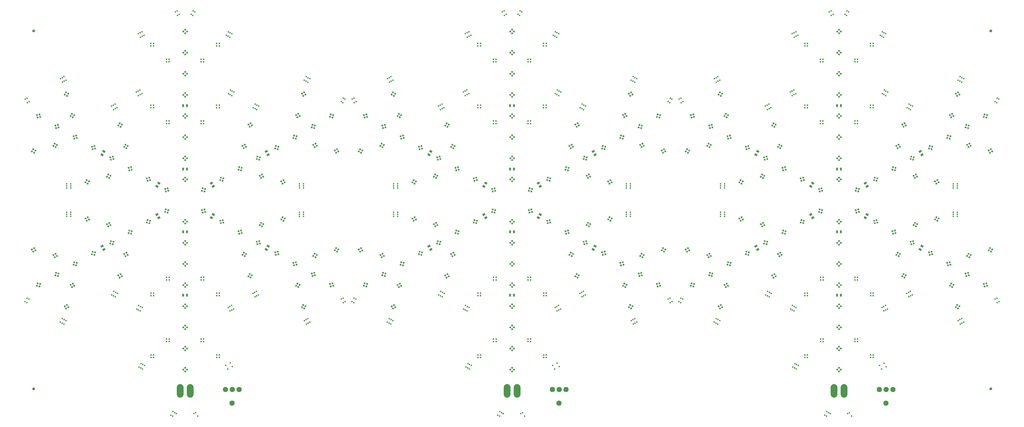
<source format=gbr>
G04 EAGLE Gerber RS-274X export*
G75*
%MOMM*%
%FSLAX34Y34*%
%LPD*%
%INSoldermask Bottom*%
%IPPOS*%
%AMOC8*
5,1,8,0,0,1.08239X$1,22.5*%
G01*
%ADD10C,0.550800*%
%ADD11C,1.050800*%
%ADD12C,1.930400*%
%ADD13C,2.550800*%
%ADD14R,0.600800X0.600800*%
%ADD15R,0.600800X0.600800*%
%ADD16R,0.750800X1.050800*%


D10*
X655012Y8934D03*
X641017Y18174D03*
X647512Y21924D03*
X561840Y8934D03*
X555345Y12684D03*
X575835Y18174D03*
X569340Y21924D03*
X562845Y25674D03*
X776580Y206821D03*
X767089Y184331D03*
X784080Y193831D03*
X759589Y197321D03*
X774835Y417321D03*
X781330Y421071D03*
X775839Y400581D03*
X782335Y404331D03*
X788830Y408081D03*
X768339Y413571D03*
X867335Y469821D03*
X873830Y473571D03*
X868339Y453081D03*
X874835Y456831D03*
X881330Y460581D03*
X860839Y466071D03*
X1058585Y368571D03*
X1065080Y372321D03*
X1059589Y351831D03*
X1066085Y355581D03*
X1072580Y359331D03*
X1052089Y364821D03*
X1189835Y444821D03*
X1196330Y448571D03*
X1197335Y431831D03*
X1203830Y435581D03*
X151085Y1269821D03*
X157580Y1273571D03*
X152089Y1253081D03*
X158585Y1256831D03*
X165080Y1260581D03*
X144589Y1266071D03*
X341085Y1167321D03*
X347580Y1171071D03*
X342089Y1150581D03*
X348585Y1154331D03*
X355080Y1158081D03*
X334589Y1163571D03*
X433585Y1219821D03*
X440080Y1223571D03*
X434589Y1203081D03*
X441085Y1206831D03*
X447580Y1210581D03*
X427089Y1216071D03*
X441085Y1437321D03*
X447580Y1441071D03*
X442089Y1420581D03*
X448585Y1424331D03*
X455080Y1428081D03*
X434589Y1433571D03*
X572335Y1514821D03*
X578830Y1518571D03*
X579835Y1501831D03*
X586330Y1505581D03*
X450767Y201071D03*
X444272Y204821D03*
X449763Y184331D03*
X443267Y188081D03*
X436772Y191831D03*
X457263Y197321D03*
X442017Y417321D03*
X435522Y421071D03*
X441013Y400581D03*
X434517Y404331D03*
X428022Y408081D03*
X448513Y413571D03*
X349517Y469821D03*
X343022Y473571D03*
X348513Y453081D03*
X342017Y456831D03*
X335522Y460581D03*
X356013Y466071D03*
X158267Y368571D03*
X151772Y372321D03*
X157263Y351831D03*
X150767Y355581D03*
X144272Y359331D03*
X164763Y364821D03*
X27017Y444821D03*
X20522Y448571D03*
X19517Y431831D03*
X13022Y435581D03*
X1065767Y1269821D03*
X1059272Y1273571D03*
X1064763Y1253081D03*
X1058267Y1256831D03*
X1051772Y1260581D03*
X1072263Y1266071D03*
X875767Y1167321D03*
X869272Y1171071D03*
X874763Y1150581D03*
X868267Y1154331D03*
X861772Y1158081D03*
X882263Y1163571D03*
X783267Y1219821D03*
X776772Y1223571D03*
X782263Y1203081D03*
X775767Y1206831D03*
X769272Y1210581D03*
X789763Y1216071D03*
X775767Y1437321D03*
X769272Y1441071D03*
X774763Y1420581D03*
X768267Y1424331D03*
X761772Y1428081D03*
X782263Y1433571D03*
X644517Y1514821D03*
X638022Y1518571D03*
X637017Y1501831D03*
X630522Y1505581D03*
X1203267Y1189821D03*
X1196772Y1193571D03*
X1195767Y1176831D03*
X1189272Y1180581D03*
X13585Y1189821D03*
X20080Y1193571D03*
X21085Y1176831D03*
X27580Y1180581D03*
X1048917Y760501D03*
X1048917Y753001D03*
X1033917Y768001D03*
X1033917Y760501D03*
X1033917Y753001D03*
X1048917Y768001D03*
X1048917Y866751D03*
X1048917Y859251D03*
X1033917Y874251D03*
X1033917Y866751D03*
X1033917Y859251D03*
X1048917Y874251D03*
X167935Y760501D03*
X167935Y753001D03*
X182935Y768001D03*
X182935Y760501D03*
X182935Y753001D03*
X167935Y768001D03*
X167935Y866751D03*
X167935Y859251D03*
X182935Y874251D03*
X182935Y866751D03*
X182935Y859251D03*
X167935Y874251D03*
X1871690Y8934D03*
X1857695Y18174D03*
X1864190Y21924D03*
X1778518Y8934D03*
X1772023Y12684D03*
X1792513Y18174D03*
X1786018Y21924D03*
X1779523Y25674D03*
X1993258Y206321D03*
X1983767Y184331D03*
X2000758Y193331D03*
X1976267Y197321D03*
X1991513Y417321D03*
X1998008Y421071D03*
X1992517Y400581D03*
X1999013Y404331D03*
X2005508Y408081D03*
X1985017Y413571D03*
X2084013Y469821D03*
X2090508Y473571D03*
X2085017Y453081D03*
X2091513Y456831D03*
X2098008Y460581D03*
X2077517Y466071D03*
X2275263Y368571D03*
X2281758Y372321D03*
X2276267Y351831D03*
X2282763Y355581D03*
X2289258Y359331D03*
X2268767Y364821D03*
X2406513Y444821D03*
X2413008Y448571D03*
X2414013Y431831D03*
X2420508Y435581D03*
X1367763Y1269821D03*
X1374258Y1273571D03*
X1368767Y1253081D03*
X1375263Y1256831D03*
X1381758Y1260581D03*
X1361267Y1266071D03*
X1557763Y1167321D03*
X1564258Y1171071D03*
X1558767Y1150581D03*
X1565263Y1154331D03*
X1571758Y1158081D03*
X1551267Y1163571D03*
X1650263Y1219821D03*
X1656758Y1223571D03*
X1651267Y1203081D03*
X1657763Y1206831D03*
X1664258Y1210581D03*
X1643767Y1216071D03*
X1657763Y1437321D03*
X1664258Y1441071D03*
X1658767Y1420581D03*
X1665263Y1424331D03*
X1671758Y1428081D03*
X1651267Y1433571D03*
X1789013Y1514821D03*
X1795508Y1518571D03*
X1796513Y1501831D03*
X1803008Y1505581D03*
X1667445Y201071D03*
X1660950Y204821D03*
X1666441Y184331D03*
X1659945Y188081D03*
X1653450Y191831D03*
X1673941Y197321D03*
X1658695Y417321D03*
X1652200Y421071D03*
X1657691Y400581D03*
X1651195Y404331D03*
X1644700Y408081D03*
X1665191Y413571D03*
X1566195Y469821D03*
X1559700Y473571D03*
X1565191Y453081D03*
X1558695Y456831D03*
X1552200Y460581D03*
X1572691Y466071D03*
X1374945Y368571D03*
X1368450Y372321D03*
X1373941Y351831D03*
X1367445Y355581D03*
X1360950Y359331D03*
X1381441Y364821D03*
X1243695Y444821D03*
X1237200Y448571D03*
X1236195Y431831D03*
X1229700Y435581D03*
X2282445Y1269821D03*
X2275950Y1273571D03*
X2281441Y1253081D03*
X2274945Y1256831D03*
X2268450Y1260581D03*
X2288941Y1266071D03*
X2092445Y1167321D03*
X2085950Y1171071D03*
X2091441Y1150581D03*
X2084945Y1154331D03*
X2078450Y1158081D03*
X2098941Y1163571D03*
X1999945Y1219821D03*
X1993450Y1223571D03*
X1998941Y1203081D03*
X1992445Y1206831D03*
X1985950Y1210581D03*
X2006441Y1216071D03*
X1992445Y1437321D03*
X1985950Y1441071D03*
X1991441Y1420581D03*
X1984945Y1424331D03*
X1978450Y1428081D03*
X1998941Y1433571D03*
X1861195Y1514821D03*
X1854700Y1518571D03*
X1853695Y1501831D03*
X1847200Y1505581D03*
X2419945Y1189821D03*
X2413450Y1193571D03*
X2412445Y1176831D03*
X2405950Y1180581D03*
X1230263Y1189821D03*
X1236758Y1193571D03*
X1237763Y1176831D03*
X1244258Y1180581D03*
X2265595Y760501D03*
X2265595Y753001D03*
X2250595Y768001D03*
X2250595Y760501D03*
X2250595Y753001D03*
X2265595Y768001D03*
X2265595Y866751D03*
X2265595Y859251D03*
X2250595Y874251D03*
X2250595Y866751D03*
X2250595Y859251D03*
X2265595Y874251D03*
X1384613Y760501D03*
X1384613Y753001D03*
X1399613Y768001D03*
X1399613Y760501D03*
X1399613Y753001D03*
X1384613Y768001D03*
X1384613Y866751D03*
X1384613Y859251D03*
X1399613Y874251D03*
X1399613Y866751D03*
X1399613Y859251D03*
X1384613Y874251D03*
X3088368Y8934D03*
X3074373Y18174D03*
X3080868Y21924D03*
X2995196Y8934D03*
X2988701Y12684D03*
X3009191Y18174D03*
X3002696Y21924D03*
X2996201Y25674D03*
X3209436Y205321D03*
X3200445Y184331D03*
X3216936Y192331D03*
X3192945Y197321D03*
X3208191Y417321D03*
X3214686Y421071D03*
X3209195Y400581D03*
X3215691Y404331D03*
X3222186Y408081D03*
X3201695Y413571D03*
X3300691Y469821D03*
X3307186Y473571D03*
X3301695Y453081D03*
X3308191Y456831D03*
X3314686Y460581D03*
X3294195Y466071D03*
X3491941Y368571D03*
X3498436Y372321D03*
X3492945Y351831D03*
X3499441Y355581D03*
X3505936Y359331D03*
X3485445Y364821D03*
X3623191Y444821D03*
X3629686Y448571D03*
X3630691Y431831D03*
X3637186Y435581D03*
X2584441Y1269821D03*
X2590936Y1273571D03*
X2585445Y1253081D03*
X2591941Y1256831D03*
X2598436Y1260581D03*
X2577945Y1266071D03*
X2774441Y1167321D03*
X2780936Y1171071D03*
X2775445Y1150581D03*
X2781941Y1154331D03*
X2788436Y1158081D03*
X2767945Y1163571D03*
X2866941Y1219821D03*
X2873436Y1223571D03*
X2867945Y1203081D03*
X2874441Y1206831D03*
X2880936Y1210581D03*
X2860445Y1216071D03*
X2874441Y1437321D03*
X2880936Y1441071D03*
X2875445Y1420581D03*
X2881941Y1424331D03*
X2888436Y1428081D03*
X2867945Y1433571D03*
X3005691Y1514821D03*
X3012186Y1518571D03*
X3013191Y1501831D03*
X3019686Y1505581D03*
X2884123Y201071D03*
X2877628Y204821D03*
X2883119Y184331D03*
X2876623Y188081D03*
X2870128Y191831D03*
X2890619Y197321D03*
X2875373Y417321D03*
X2868878Y421071D03*
X2874369Y400581D03*
X2867873Y404331D03*
X2861378Y408081D03*
X2881869Y413571D03*
X2782873Y469821D03*
X2776378Y473571D03*
X2781869Y453081D03*
X2775373Y456831D03*
X2768878Y460581D03*
X2789369Y466071D03*
X2591623Y368571D03*
X2585128Y372321D03*
X2590619Y351831D03*
X2584123Y355581D03*
X2577628Y359331D03*
X2598119Y364821D03*
X2460373Y444821D03*
X2453878Y448571D03*
X2452873Y431831D03*
X2446378Y435581D03*
X3499123Y1269821D03*
X3492628Y1273571D03*
X3498119Y1253081D03*
X3491623Y1256831D03*
X3485128Y1260581D03*
X3505619Y1266071D03*
X3309123Y1167321D03*
X3302628Y1171071D03*
X3308119Y1150581D03*
X3301623Y1154331D03*
X3295128Y1158081D03*
X3315619Y1163571D03*
X3216623Y1219821D03*
X3210128Y1223571D03*
X3215619Y1203081D03*
X3209123Y1206831D03*
X3202628Y1210581D03*
X3223119Y1216071D03*
X3209123Y1437321D03*
X3202628Y1441071D03*
X3208119Y1420581D03*
X3201623Y1424331D03*
X3195128Y1428081D03*
X3215619Y1433571D03*
X3077873Y1514821D03*
X3071378Y1518571D03*
X3070373Y1501831D03*
X3063878Y1505581D03*
X3636623Y1189821D03*
X3630128Y1193571D03*
X3629123Y1176831D03*
X3622628Y1180581D03*
X2446941Y1189821D03*
X2453436Y1193571D03*
X2454441Y1176831D03*
X2460936Y1180581D03*
X3482273Y760501D03*
X3482273Y753001D03*
X3467273Y768001D03*
X3467273Y760501D03*
X3467273Y753001D03*
X3482273Y768001D03*
X3482273Y866751D03*
X3482273Y859251D03*
X3467273Y874251D03*
X3467273Y866751D03*
X3467273Y859251D03*
X3482273Y874251D03*
X2601291Y760501D03*
X2601291Y753001D03*
X2616291Y768001D03*
X2616291Y760501D03*
X2616291Y753001D03*
X2601291Y768001D03*
X2601291Y866751D03*
X2601291Y859251D03*
X2616291Y874251D03*
X2616291Y866751D03*
X2616291Y859251D03*
X2601291Y874251D03*
D11*
X44450Y110650D03*
X44450Y1444300D03*
X3606800Y110650D03*
X3606800Y1444300D03*
D12*
X758206Y108100D03*
X783606Y108100D03*
X809006Y108100D03*
D13*
X627176Y115269D02*
X627176Y90269D01*
X589676Y90269D02*
X589676Y115269D01*
D14*
G36*
X608426Y722547D02*
X604178Y726795D01*
X608426Y731043D01*
X612674Y726795D01*
X608426Y722547D01*
G37*
G36*
X615144Y729264D02*
X610896Y733512D01*
X615144Y737760D01*
X619392Y733512D01*
X615144Y729264D01*
G37*
G36*
X608426Y735982D02*
X604178Y740230D01*
X608426Y744478D01*
X612674Y740230D01*
X608426Y735982D01*
G37*
G36*
X601709Y729264D02*
X597461Y733512D01*
X601709Y737760D01*
X605957Y733512D01*
X601709Y729264D01*
G37*
G36*
X608426Y643807D02*
X604178Y648055D01*
X608426Y652303D01*
X612674Y648055D01*
X608426Y643807D01*
G37*
G36*
X615144Y650524D02*
X610896Y654772D01*
X615144Y659020D01*
X619392Y654772D01*
X615144Y650524D01*
G37*
G36*
X608426Y657242D02*
X604178Y661490D01*
X608426Y665738D01*
X612674Y661490D01*
X608426Y657242D01*
G37*
G36*
X601709Y650524D02*
X597461Y654772D01*
X601709Y659020D01*
X605957Y654772D01*
X601709Y650524D01*
G37*
G36*
X608426Y565321D02*
X604178Y569569D01*
X608426Y573817D01*
X612674Y569569D01*
X608426Y565321D01*
G37*
G36*
X615144Y572038D02*
X610896Y576286D01*
X615144Y580534D01*
X619392Y576286D01*
X615144Y572038D01*
G37*
G36*
X608426Y578756D02*
X604178Y583004D01*
X608426Y587252D01*
X612674Y583004D01*
X608426Y578756D01*
G37*
G36*
X601709Y572038D02*
X597461Y576286D01*
X601709Y580534D01*
X605957Y576286D01*
X601709Y572038D01*
G37*
D15*
X539668Y516418D03*
X549168Y516418D03*
X549168Y525918D03*
X539668Y525918D03*
X481502Y457744D03*
X491002Y457744D03*
X491002Y467244D03*
X481502Y467244D03*
X677438Y516418D03*
X677438Y525918D03*
X667938Y525918D03*
X667938Y516418D03*
D16*
X601426Y695432D03*
X615426Y695432D03*
D15*
X735604Y457490D03*
X735604Y466990D03*
X726104Y466990D03*
X726104Y457490D03*
D14*
G36*
X608426Y486581D02*
X604178Y490829D01*
X608426Y495077D01*
X612674Y490829D01*
X608426Y486581D01*
G37*
G36*
X615144Y493298D02*
X610896Y497546D01*
X615144Y501794D01*
X619392Y497546D01*
X615144Y493298D01*
G37*
G36*
X608426Y500016D02*
X604178Y504264D01*
X608426Y508512D01*
X612674Y504264D01*
X608426Y500016D01*
G37*
G36*
X601709Y493298D02*
X597461Y497546D01*
X601709Y501794D01*
X605957Y497546D01*
X601709Y493298D01*
G37*
G36*
X608426Y407841D02*
X604178Y412089D01*
X608426Y416337D01*
X612674Y412089D01*
X608426Y407841D01*
G37*
G36*
X615144Y414558D02*
X610896Y418806D01*
X615144Y423054D01*
X619392Y418806D01*
X615144Y414558D01*
G37*
G36*
X608426Y421276D02*
X604178Y425524D01*
X608426Y429772D01*
X612674Y425524D01*
X608426Y421276D01*
G37*
G36*
X601709Y414558D02*
X597461Y418806D01*
X601709Y423054D01*
X605957Y418806D01*
X601709Y414558D01*
G37*
G36*
X608426Y329355D02*
X604178Y333603D01*
X608426Y337851D01*
X612674Y333603D01*
X608426Y329355D01*
G37*
G36*
X615144Y336072D02*
X610896Y340320D01*
X615144Y344568D01*
X619392Y340320D01*
X615144Y336072D01*
G37*
G36*
X608426Y342790D02*
X604178Y347038D01*
X608426Y351286D01*
X612674Y347038D01*
X608426Y342790D01*
G37*
G36*
X601709Y336072D02*
X597461Y340320D01*
X601709Y344568D01*
X605957Y340320D01*
X601709Y336072D01*
G37*
D15*
X539668Y286294D03*
X549168Y286294D03*
X549168Y295794D03*
X539668Y295794D03*
X481502Y227366D03*
X491002Y227366D03*
X491002Y236866D03*
X481502Y236866D03*
X677438Y286294D03*
X677438Y295794D03*
X667938Y295794D03*
X667938Y286294D03*
X735604Y227366D03*
X735604Y236866D03*
X726104Y236866D03*
X726104Y227366D03*
D16*
X601426Y459466D03*
X615426Y459466D03*
D14*
G36*
X608426Y250615D02*
X604178Y254863D01*
X608426Y259111D01*
X612674Y254863D01*
X608426Y250615D01*
G37*
G36*
X615144Y257332D02*
X610896Y261580D01*
X615144Y265828D01*
X619392Y261580D01*
X615144Y257332D01*
G37*
G36*
X608426Y264050D02*
X604178Y268298D01*
X608426Y272546D01*
X612674Y268298D01*
X608426Y264050D01*
G37*
G36*
X601709Y257332D02*
X597461Y261580D01*
X601709Y265828D01*
X605957Y261580D01*
X601709Y257332D01*
G37*
G36*
X608426Y171875D02*
X604178Y176123D01*
X608426Y180371D01*
X612674Y176123D01*
X608426Y171875D01*
G37*
G36*
X615144Y178592D02*
X610896Y182840D01*
X615144Y187088D01*
X619392Y182840D01*
X615144Y178592D01*
G37*
G36*
X608426Y185310D02*
X604178Y189558D01*
X608426Y193806D01*
X612674Y189558D01*
X608426Y185310D01*
G37*
G36*
X601709Y178592D02*
X597461Y182840D01*
X601709Y187088D01*
X605957Y182840D01*
X601709Y178592D01*
G37*
G36*
X530568Y767498D02*
X532123Y773301D01*
X537926Y771746D01*
X536371Y765943D01*
X530568Y767498D01*
G37*
G36*
X539744Y765039D02*
X541299Y770842D01*
X547102Y769287D01*
X545547Y763484D01*
X539744Y765039D01*
G37*
G36*
X542203Y774216D02*
X543758Y780019D01*
X549561Y778464D01*
X548006Y772661D01*
X542203Y774216D01*
G37*
G36*
X533026Y776674D02*
X534581Y782477D01*
X540384Y780922D01*
X538829Y775119D01*
X533026Y776674D01*
G37*
G36*
X462377Y728128D02*
X463932Y733931D01*
X469735Y732376D01*
X468180Y726573D01*
X462377Y728128D01*
G37*
G36*
X471553Y725669D02*
X473108Y731472D01*
X478911Y729917D01*
X477356Y724114D01*
X471553Y725669D01*
G37*
G36*
X474012Y734846D02*
X475567Y740649D01*
X481370Y739094D01*
X479815Y733291D01*
X474012Y734846D01*
G37*
G36*
X464836Y737304D02*
X466391Y743107D01*
X472194Y741552D01*
X470639Y735749D01*
X464836Y737304D01*
G37*
G36*
X394406Y688885D02*
X395961Y694688D01*
X401764Y693133D01*
X400209Y687330D01*
X394406Y688885D01*
G37*
G36*
X403582Y686426D02*
X405137Y692229D01*
X410940Y690674D01*
X409385Y684871D01*
X403582Y686426D01*
G37*
G36*
X406041Y695603D02*
X407596Y701406D01*
X413399Y699851D01*
X411844Y694048D01*
X406041Y695603D01*
G37*
G36*
X396865Y698061D02*
X398420Y703864D01*
X404223Y702309D01*
X402668Y696506D01*
X396865Y698061D01*
G37*
G36*
X313573Y725079D02*
X318775Y728083D01*
X321779Y722881D01*
X316577Y719877D01*
X313573Y725079D01*
G37*
G36*
X318323Y716852D02*
X323525Y719856D01*
X326529Y714654D01*
X321327Y711650D01*
X318323Y716852D01*
G37*
G36*
X326551Y721602D02*
X331753Y724606D01*
X334757Y719404D01*
X329555Y716400D01*
X326551Y721602D01*
G37*
G36*
X321801Y729829D02*
X327003Y732833D01*
X330007Y727631D01*
X324805Y724627D01*
X321801Y729829D01*
G37*
G36*
X233677Y746115D02*
X238879Y749119D01*
X241883Y743917D01*
X236681Y740913D01*
X233677Y746115D01*
G37*
G36*
X238427Y737888D02*
X243629Y740892D01*
X246633Y735690D01*
X241431Y732686D01*
X238427Y737888D01*
G37*
G36*
X246654Y742638D02*
X251856Y745642D01*
X254860Y740440D01*
X249658Y737436D01*
X246654Y742638D01*
G37*
G36*
X241904Y750865D02*
X247106Y753869D01*
X250110Y748667D01*
X244908Y745663D01*
X241904Y750865D01*
G37*
G36*
X385462Y600565D02*
X382458Y605767D01*
X387660Y608771D01*
X390664Y603569D01*
X385462Y600565D01*
G37*
G36*
X393690Y605315D02*
X390686Y610517D01*
X395888Y613521D01*
X398892Y608319D01*
X393690Y605315D01*
G37*
G36*
X388940Y613542D02*
X385936Y618744D01*
X391138Y621748D01*
X394142Y616546D01*
X388940Y613542D01*
G37*
G36*
X380712Y608792D02*
X377708Y613994D01*
X382910Y616998D01*
X385914Y611796D01*
X380712Y608792D01*
G37*
D16*
G36*
X506259Y765881D02*
X510013Y759379D01*
X500913Y754125D01*
X497159Y760627D01*
X506259Y765881D01*
G37*
G36*
X513259Y753757D02*
X517013Y747255D01*
X507913Y742001D01*
X504159Y748503D01*
X513259Y753757D01*
G37*
D14*
G36*
X363512Y520727D02*
X360508Y525929D01*
X365710Y528933D01*
X368714Y523731D01*
X363512Y520727D01*
G37*
G36*
X371739Y525477D02*
X368735Y530679D01*
X373937Y533683D01*
X376941Y528481D01*
X371739Y525477D01*
G37*
G36*
X366989Y533705D02*
X363985Y538907D01*
X369187Y541911D01*
X372191Y536709D01*
X366989Y533705D01*
G37*
G36*
X358762Y528955D02*
X355758Y534157D01*
X360960Y537161D01*
X363964Y531959D01*
X358762Y528955D01*
G37*
G36*
X326215Y649515D02*
X327770Y655318D01*
X333573Y653763D01*
X332018Y647960D01*
X326215Y649515D01*
G37*
G36*
X335391Y647056D02*
X336946Y652859D01*
X342749Y651304D01*
X341194Y645501D01*
X335391Y647056D01*
G37*
G36*
X337850Y656233D02*
X339405Y662036D01*
X345208Y660481D01*
X343653Y654678D01*
X337850Y656233D01*
G37*
G36*
X328674Y658691D02*
X330229Y664494D01*
X336032Y662939D01*
X334477Y657136D01*
X328674Y658691D01*
G37*
G36*
X258024Y610145D02*
X259579Y615948D01*
X265382Y614393D01*
X263827Y608590D01*
X258024Y610145D01*
G37*
G36*
X267201Y607686D02*
X268756Y613489D01*
X274559Y611934D01*
X273004Y606131D01*
X267201Y607686D01*
G37*
G36*
X269659Y616863D02*
X271214Y622666D01*
X277017Y621111D01*
X275462Y615308D01*
X269659Y616863D01*
G37*
G36*
X260483Y619321D02*
X262038Y625124D01*
X267841Y623569D01*
X266286Y617766D01*
X260483Y619321D01*
G37*
G36*
X190053Y570902D02*
X191608Y576705D01*
X197411Y575150D01*
X195856Y569347D01*
X190053Y570902D01*
G37*
G36*
X199230Y568443D02*
X200785Y574246D01*
X206588Y572691D01*
X205033Y566888D01*
X199230Y568443D01*
G37*
G36*
X201689Y577620D02*
X203244Y583423D01*
X209047Y581868D01*
X207492Y576065D01*
X201689Y577620D01*
G37*
G36*
X192512Y580078D02*
X194067Y585881D01*
X199870Y584326D01*
X198315Y578523D01*
X192512Y580078D01*
G37*
G36*
X114280Y610017D02*
X119482Y613021D01*
X122486Y607819D01*
X117284Y604815D01*
X114280Y610017D01*
G37*
G36*
X119030Y601790D02*
X124232Y604794D01*
X127236Y599592D01*
X122034Y596588D01*
X119030Y601790D01*
G37*
G36*
X127257Y606540D02*
X132459Y609544D01*
X135463Y604342D01*
X130261Y601338D01*
X127257Y606540D01*
G37*
G36*
X122507Y614767D02*
X127709Y617771D01*
X130713Y612569D01*
X125511Y609565D01*
X122507Y614767D01*
G37*
G36*
X34164Y630926D02*
X39366Y633930D01*
X42370Y628728D01*
X37168Y625724D01*
X34164Y630926D01*
G37*
G36*
X38914Y622699D02*
X44116Y625703D01*
X47120Y620501D01*
X41918Y617497D01*
X38914Y622699D01*
G37*
G36*
X47141Y627449D02*
X52343Y630453D01*
X55347Y625251D01*
X50145Y622247D01*
X47141Y627449D01*
G37*
G36*
X42391Y635676D02*
X47593Y638680D01*
X50597Y633478D01*
X45395Y630474D01*
X42391Y635676D01*
G37*
G36*
X186169Y485503D02*
X183165Y490705D01*
X188367Y493709D01*
X191371Y488507D01*
X186169Y485503D01*
G37*
G36*
X194396Y490253D02*
X191392Y495455D01*
X196594Y498459D01*
X199598Y493257D01*
X194396Y490253D01*
G37*
G36*
X189646Y498480D02*
X186642Y503682D01*
X191844Y506686D01*
X194848Y501484D01*
X189646Y498480D01*
G37*
G36*
X181419Y493730D02*
X178415Y498932D01*
X183617Y501936D01*
X186621Y496734D01*
X181419Y493730D01*
G37*
G36*
X164219Y405665D02*
X161215Y410867D01*
X166417Y413871D01*
X169421Y408669D01*
X164219Y405665D01*
G37*
G36*
X172446Y410415D02*
X169442Y415617D01*
X174644Y418621D01*
X177648Y413419D01*
X172446Y410415D01*
G37*
G36*
X167696Y418643D02*
X164692Y423845D01*
X169894Y426849D01*
X172898Y421647D01*
X167696Y418643D01*
G37*
G36*
X159469Y413893D02*
X156465Y419095D01*
X161667Y422099D01*
X164671Y416897D01*
X159469Y413893D01*
G37*
D16*
G36*
X301906Y647898D02*
X305660Y641396D01*
X296560Y636142D01*
X292806Y642644D01*
X301906Y647898D01*
G37*
G36*
X308906Y635774D02*
X312660Y629272D01*
X303560Y624018D01*
X299806Y630520D01*
X308906Y635774D01*
G37*
D14*
G36*
X121863Y531532D02*
X123418Y537335D01*
X129221Y535780D01*
X127666Y529977D01*
X121863Y531532D01*
G37*
G36*
X131039Y529073D02*
X132594Y534876D01*
X138397Y533321D01*
X136842Y527518D01*
X131039Y529073D01*
G37*
G36*
X133498Y538250D02*
X135053Y544053D01*
X140856Y542498D01*
X139301Y536695D01*
X133498Y538250D01*
G37*
G36*
X124321Y540708D02*
X125876Y546511D01*
X131679Y544956D01*
X130124Y539153D01*
X124321Y540708D01*
G37*
G36*
X53672Y492162D02*
X55227Y497965D01*
X61030Y496410D01*
X59475Y490607D01*
X53672Y492162D01*
G37*
G36*
X62848Y489703D02*
X64403Y495506D01*
X70206Y493951D01*
X68651Y488148D01*
X62848Y489703D01*
G37*
G36*
X65307Y498880D02*
X66862Y504683D01*
X72665Y503128D01*
X71110Y497325D01*
X65307Y498880D01*
G37*
G36*
X56131Y501338D02*
X57686Y507141D01*
X63489Y505586D01*
X61934Y499783D01*
X56131Y501338D01*
G37*
G36*
X530568Y857401D02*
X536371Y858956D01*
X537926Y853153D01*
X532123Y851598D01*
X530568Y857401D01*
G37*
G36*
X533026Y848225D02*
X538829Y849780D01*
X540384Y843977D01*
X534581Y842422D01*
X533026Y848225D01*
G37*
G36*
X542203Y850683D02*
X548006Y852238D01*
X549561Y846435D01*
X543758Y844880D01*
X542203Y850683D01*
G37*
G36*
X539744Y859860D02*
X545547Y861415D01*
X547102Y855612D01*
X541299Y854057D01*
X539744Y859860D01*
G37*
G36*
X462377Y896771D02*
X468180Y898326D01*
X469735Y892523D01*
X463932Y890968D01*
X462377Y896771D01*
G37*
G36*
X464836Y887595D02*
X470639Y889150D01*
X472194Y883347D01*
X466391Y881792D01*
X464836Y887595D01*
G37*
G36*
X474012Y890053D02*
X479815Y891608D01*
X481370Y885805D01*
X475567Y884250D01*
X474012Y890053D01*
G37*
G36*
X471553Y899230D02*
X477356Y900785D01*
X478911Y894982D01*
X473108Y893427D01*
X471553Y899230D01*
G37*
G36*
X394406Y936014D02*
X400209Y937569D01*
X401764Y931766D01*
X395961Y930211D01*
X394406Y936014D01*
G37*
G36*
X396865Y926838D02*
X402668Y928393D01*
X404223Y922590D01*
X398420Y921035D01*
X396865Y926838D01*
G37*
G36*
X406041Y929296D02*
X411844Y930851D01*
X413399Y925048D01*
X407596Y923493D01*
X406041Y929296D01*
G37*
G36*
X403582Y938473D02*
X409385Y940028D01*
X410940Y934225D01*
X405137Y932670D01*
X403582Y938473D01*
G37*
G36*
X385335Y1024114D02*
X390537Y1021110D01*
X387533Y1015908D01*
X382331Y1018912D01*
X385335Y1024114D01*
G37*
G36*
X380585Y1015887D02*
X385787Y1012883D01*
X382783Y1007681D01*
X377581Y1010685D01*
X380585Y1015887D01*
G37*
G36*
X388813Y1011137D02*
X394015Y1008133D01*
X391011Y1002931D01*
X385809Y1005935D01*
X388813Y1011137D01*
G37*
G36*
X393563Y1019364D02*
X398765Y1016360D01*
X395761Y1011158D01*
X390559Y1014162D01*
X393563Y1019364D01*
G37*
G36*
X363605Y1103825D02*
X368807Y1100821D01*
X365803Y1095619D01*
X360601Y1098623D01*
X363605Y1103825D01*
G37*
G36*
X358855Y1095597D02*
X364057Y1092593D01*
X361053Y1087391D01*
X355851Y1090395D01*
X358855Y1095597D01*
G37*
G36*
X367082Y1090847D02*
X372284Y1087843D01*
X369280Y1082641D01*
X364078Y1085645D01*
X367082Y1090847D01*
G37*
G36*
X371832Y1099075D02*
X377034Y1096071D01*
X374030Y1090869D01*
X368828Y1093873D01*
X371832Y1099075D01*
G37*
G36*
X313446Y899600D02*
X316450Y904802D01*
X321652Y901798D01*
X318648Y896596D01*
X313446Y899600D01*
G37*
G36*
X321674Y894850D02*
X324678Y900052D01*
X329880Y897048D01*
X326876Y891846D01*
X321674Y894850D01*
G37*
G36*
X326424Y903077D02*
X329428Y908279D01*
X334630Y905275D01*
X331626Y900073D01*
X326424Y903077D01*
G37*
G36*
X318196Y907827D02*
X321200Y913029D01*
X326402Y910025D01*
X323398Y904823D01*
X318196Y907827D01*
G37*
D16*
G36*
X517013Y877644D02*
X513259Y871142D01*
X504159Y876396D01*
X507913Y882898D01*
X517013Y877644D01*
G37*
G36*
X510013Y865520D02*
X506259Y859018D01*
X497159Y864272D01*
X500913Y870774D01*
X510013Y865520D01*
G37*
D14*
G36*
X233330Y878691D02*
X236334Y883893D01*
X241536Y880889D01*
X238532Y875687D01*
X233330Y878691D01*
G37*
G36*
X241557Y873941D02*
X244561Y879143D01*
X249763Y876139D01*
X246759Y870937D01*
X241557Y873941D01*
G37*
G36*
X246307Y882168D02*
X249311Y887370D01*
X254513Y884366D01*
X251509Y879164D01*
X246307Y882168D01*
G37*
G36*
X238080Y886918D02*
X241084Y892120D01*
X246286Y889116D01*
X243282Y883914D01*
X238080Y886918D01*
G37*
G36*
X326215Y975384D02*
X332018Y976939D01*
X333573Y971136D01*
X327770Y969581D01*
X326215Y975384D01*
G37*
G36*
X328674Y966208D02*
X334477Y967763D01*
X336032Y961960D01*
X330229Y960405D01*
X328674Y966208D01*
G37*
G36*
X337850Y968666D02*
X343653Y970221D01*
X345208Y964418D01*
X339405Y962863D01*
X337850Y968666D01*
G37*
G36*
X335391Y977843D02*
X341194Y979398D01*
X342749Y973595D01*
X336946Y972040D01*
X335391Y977843D01*
G37*
G36*
X258024Y1014754D02*
X263827Y1016309D01*
X265382Y1010506D01*
X259579Y1008951D01*
X258024Y1014754D01*
G37*
G36*
X260483Y1005578D02*
X266286Y1007133D01*
X267841Y1001330D01*
X262038Y999775D01*
X260483Y1005578D01*
G37*
G36*
X269659Y1008036D02*
X275462Y1009591D01*
X277017Y1003788D01*
X271214Y1002233D01*
X269659Y1008036D01*
G37*
G36*
X267201Y1017213D02*
X273004Y1018768D01*
X274559Y1012965D01*
X268756Y1011410D01*
X267201Y1017213D01*
G37*
G36*
X190053Y1053997D02*
X195856Y1055552D01*
X197411Y1049749D01*
X191608Y1048194D01*
X190053Y1053997D01*
G37*
G36*
X192512Y1044821D02*
X198315Y1046376D01*
X199870Y1040573D01*
X194067Y1039018D01*
X192512Y1044821D01*
G37*
G36*
X201688Y1047279D02*
X207491Y1048834D01*
X209046Y1043031D01*
X203243Y1041476D01*
X201688Y1047279D01*
G37*
G36*
X199230Y1056456D02*
X205033Y1058011D01*
X206588Y1052208D01*
X200785Y1050653D01*
X199230Y1056456D01*
G37*
G36*
X186042Y1139176D02*
X191244Y1136172D01*
X188240Y1130970D01*
X183038Y1133974D01*
X186042Y1139176D01*
G37*
G36*
X181292Y1130949D02*
X186494Y1127945D01*
X183490Y1122743D01*
X178288Y1125747D01*
X181292Y1130949D01*
G37*
G36*
X189519Y1126199D02*
X194721Y1123195D01*
X191717Y1117993D01*
X186515Y1120997D01*
X189519Y1126199D01*
G37*
G36*
X194269Y1134426D02*
X199471Y1131422D01*
X196467Y1126220D01*
X191265Y1129224D01*
X194269Y1134426D01*
G37*
G36*
X164092Y1219014D02*
X169294Y1216010D01*
X166290Y1210808D01*
X161088Y1213812D01*
X164092Y1219014D01*
G37*
G36*
X159342Y1210786D02*
X164544Y1207782D01*
X161540Y1202580D01*
X156338Y1205584D01*
X159342Y1210786D01*
G37*
G36*
X167569Y1206036D02*
X172771Y1203032D01*
X169767Y1197830D01*
X164565Y1200834D01*
X167569Y1206036D01*
G37*
G36*
X172319Y1214264D02*
X177521Y1211260D01*
X174517Y1206058D01*
X169315Y1209062D01*
X172319Y1214264D01*
G37*
G36*
X114153Y1014662D02*
X117157Y1019864D01*
X122359Y1016860D01*
X119355Y1011658D01*
X114153Y1014662D01*
G37*
G36*
X122380Y1009912D02*
X125384Y1015114D01*
X130586Y1012110D01*
X127582Y1006908D01*
X122380Y1009912D01*
G37*
G36*
X127130Y1018139D02*
X130134Y1023341D01*
X135336Y1020337D01*
X132332Y1015135D01*
X127130Y1018139D01*
G37*
G36*
X118903Y1022889D02*
X121907Y1028091D01*
X127109Y1025087D01*
X124105Y1019885D01*
X118903Y1022889D01*
G37*
G36*
X34037Y993753D02*
X37041Y998955D01*
X42243Y995951D01*
X39239Y990749D01*
X34037Y993753D01*
G37*
G36*
X42264Y989003D02*
X45268Y994205D01*
X50470Y991201D01*
X47466Y985999D01*
X42264Y989003D01*
G37*
G36*
X47014Y997230D02*
X50018Y1002432D01*
X55220Y999428D01*
X52216Y994226D01*
X47014Y997230D01*
G37*
G36*
X38787Y1001980D02*
X41791Y1007182D01*
X46993Y1004178D01*
X43989Y998976D01*
X38787Y1001980D01*
G37*
D16*
G36*
X312660Y995627D02*
X308906Y989125D01*
X299806Y994379D01*
X303560Y1000881D01*
X312660Y995627D01*
G37*
G36*
X305660Y983503D02*
X301906Y977001D01*
X292806Y982255D01*
X296560Y988757D01*
X305660Y983503D01*
G37*
D14*
G36*
X121863Y1093367D02*
X127666Y1094922D01*
X129221Y1089119D01*
X123418Y1087564D01*
X121863Y1093367D01*
G37*
G36*
X124321Y1084191D02*
X130124Y1085746D01*
X131679Y1079943D01*
X125876Y1078388D01*
X124321Y1084191D01*
G37*
G36*
X133498Y1086649D02*
X139301Y1088204D01*
X140856Y1082401D01*
X135053Y1080846D01*
X133498Y1086649D01*
G37*
G36*
X131039Y1095826D02*
X136842Y1097381D01*
X138397Y1091578D01*
X132594Y1090023D01*
X131039Y1095826D01*
G37*
G36*
X53672Y1132737D02*
X59475Y1134292D01*
X61030Y1128489D01*
X55227Y1126934D01*
X53672Y1132737D01*
G37*
G36*
X56130Y1123561D02*
X61933Y1125116D01*
X63488Y1119313D01*
X57685Y1117758D01*
X56130Y1123561D01*
G37*
G36*
X65307Y1126019D02*
X71110Y1127574D01*
X72665Y1121771D01*
X66862Y1120216D01*
X65307Y1126019D01*
G37*
G36*
X62848Y1135196D02*
X68651Y1136751D01*
X70206Y1130948D01*
X64403Y1129393D01*
X62848Y1135196D01*
G37*
G36*
X608426Y902352D02*
X612674Y898104D01*
X608426Y893856D01*
X604178Y898104D01*
X608426Y902352D01*
G37*
G36*
X601709Y895635D02*
X605957Y891387D01*
X601709Y887139D01*
X597461Y891387D01*
X601709Y895635D01*
G37*
G36*
X608426Y888917D02*
X612674Y884669D01*
X608426Y880421D01*
X604178Y884669D01*
X608426Y888917D01*
G37*
G36*
X615144Y895635D02*
X619392Y891387D01*
X615144Y887139D01*
X610896Y891387D01*
X615144Y895635D01*
G37*
G36*
X608426Y981092D02*
X612674Y976844D01*
X608426Y972596D01*
X604178Y976844D01*
X608426Y981092D01*
G37*
G36*
X601709Y974375D02*
X605957Y970127D01*
X601709Y965879D01*
X597461Y970127D01*
X601709Y974375D01*
G37*
G36*
X608426Y967657D02*
X612674Y963409D01*
X608426Y959161D01*
X604178Y963409D01*
X608426Y967657D01*
G37*
G36*
X615144Y974375D02*
X619392Y970127D01*
X615144Y965879D01*
X610896Y970127D01*
X615144Y974375D01*
G37*
G36*
X608426Y1059578D02*
X612674Y1055330D01*
X608426Y1051082D01*
X604178Y1055330D01*
X608426Y1059578D01*
G37*
G36*
X601709Y1052861D02*
X605957Y1048613D01*
X601709Y1044365D01*
X597461Y1048613D01*
X601709Y1052861D01*
G37*
G36*
X608426Y1046143D02*
X612674Y1041895D01*
X608426Y1037647D01*
X604178Y1041895D01*
X608426Y1046143D01*
G37*
G36*
X615144Y1052861D02*
X619392Y1048613D01*
X615144Y1044365D01*
X610896Y1048613D01*
X615144Y1052861D01*
G37*
D15*
X677184Y1108481D03*
X667684Y1108481D03*
X667684Y1098981D03*
X677184Y1098981D03*
X735350Y1167155D03*
X725850Y1167155D03*
X725850Y1157655D03*
X735350Y1157655D03*
X539414Y1108481D03*
X539414Y1098981D03*
X548914Y1098981D03*
X548914Y1108481D03*
D16*
X615426Y929467D03*
X601426Y929467D03*
D15*
X481248Y1167409D03*
X481248Y1157909D03*
X490748Y1157909D03*
X490748Y1167409D03*
D14*
G36*
X608426Y1138318D02*
X612674Y1134070D01*
X608426Y1129822D01*
X604178Y1134070D01*
X608426Y1138318D01*
G37*
G36*
X601709Y1131601D02*
X605957Y1127353D01*
X601709Y1123105D01*
X597461Y1127353D01*
X601709Y1131601D01*
G37*
G36*
X608426Y1124883D02*
X612674Y1120635D01*
X608426Y1116387D01*
X604178Y1120635D01*
X608426Y1124883D01*
G37*
G36*
X615144Y1131601D02*
X619392Y1127353D01*
X615144Y1123105D01*
X610896Y1127353D01*
X615144Y1131601D01*
G37*
G36*
X608426Y1217058D02*
X612674Y1212810D01*
X608426Y1208562D01*
X604178Y1212810D01*
X608426Y1217058D01*
G37*
G36*
X601709Y1210341D02*
X605957Y1206093D01*
X601709Y1201845D01*
X597461Y1206093D01*
X601709Y1210341D01*
G37*
G36*
X608426Y1203623D02*
X612674Y1199375D01*
X608426Y1195127D01*
X604178Y1199375D01*
X608426Y1203623D01*
G37*
G36*
X615144Y1210341D02*
X619392Y1206093D01*
X615144Y1201845D01*
X610896Y1206093D01*
X615144Y1210341D01*
G37*
G36*
X608426Y1295544D02*
X612674Y1291296D01*
X608426Y1287048D01*
X604178Y1291296D01*
X608426Y1295544D01*
G37*
G36*
X601709Y1288827D02*
X605957Y1284579D01*
X601709Y1280331D01*
X597461Y1284579D01*
X601709Y1288827D01*
G37*
G36*
X608426Y1282109D02*
X612674Y1277861D01*
X608426Y1273613D01*
X604178Y1277861D01*
X608426Y1282109D01*
G37*
G36*
X615144Y1288827D02*
X619392Y1284579D01*
X615144Y1280331D01*
X610896Y1284579D01*
X615144Y1288827D01*
G37*
D15*
X677184Y1338605D03*
X667684Y1338605D03*
X667684Y1329105D03*
X677184Y1329105D03*
X735350Y1397533D03*
X725850Y1397533D03*
X725850Y1388033D03*
X735350Y1388033D03*
X539414Y1338605D03*
X539414Y1329105D03*
X548914Y1329105D03*
X548914Y1338605D03*
X481248Y1397533D03*
X481248Y1388033D03*
X490748Y1388033D03*
X490748Y1397533D03*
D16*
X615426Y1165433D03*
X601426Y1165433D03*
D14*
G36*
X608426Y1374284D02*
X612674Y1370036D01*
X608426Y1365788D01*
X604178Y1370036D01*
X608426Y1374284D01*
G37*
G36*
X601709Y1367567D02*
X605957Y1363319D01*
X601709Y1359071D01*
X597461Y1363319D01*
X601709Y1367567D01*
G37*
G36*
X608426Y1360849D02*
X612674Y1356601D01*
X608426Y1352353D01*
X604178Y1356601D01*
X608426Y1360849D01*
G37*
G36*
X615144Y1367567D02*
X619392Y1363319D01*
X615144Y1359071D01*
X610896Y1363319D01*
X615144Y1367567D01*
G37*
G36*
X608426Y1453024D02*
X612674Y1448776D01*
X608426Y1444528D01*
X604178Y1448776D01*
X608426Y1453024D01*
G37*
G36*
X601709Y1446307D02*
X605957Y1442059D01*
X601709Y1437811D01*
X597461Y1442059D01*
X601709Y1446307D01*
G37*
G36*
X608426Y1439589D02*
X612674Y1435341D01*
X608426Y1431093D01*
X604178Y1435341D01*
X608426Y1439589D01*
G37*
G36*
X615144Y1446307D02*
X619392Y1442059D01*
X615144Y1437811D01*
X610896Y1442059D01*
X615144Y1446307D01*
G37*
G36*
X686284Y857401D02*
X684729Y851598D01*
X678926Y853153D01*
X680481Y858956D01*
X686284Y857401D01*
G37*
G36*
X677108Y859860D02*
X675553Y854057D01*
X669750Y855612D01*
X671305Y861415D01*
X677108Y859860D01*
G37*
G36*
X674649Y850683D02*
X673094Y844880D01*
X667291Y846435D01*
X668846Y852238D01*
X674649Y850683D01*
G37*
G36*
X683826Y848225D02*
X682271Y842422D01*
X676468Y843977D01*
X678023Y849780D01*
X683826Y848225D01*
G37*
G36*
X754475Y896771D02*
X752920Y890968D01*
X747117Y892523D01*
X748672Y898326D01*
X754475Y896771D01*
G37*
G36*
X745299Y899230D02*
X743744Y893427D01*
X737941Y894982D01*
X739496Y900785D01*
X745299Y899230D01*
G37*
G36*
X742840Y890053D02*
X741285Y884250D01*
X735482Y885805D01*
X737037Y891608D01*
X742840Y890053D01*
G37*
G36*
X752017Y887595D02*
X750462Y881792D01*
X744659Y883347D01*
X746214Y889150D01*
X752017Y887595D01*
G37*
G36*
X822446Y936014D02*
X820891Y930211D01*
X815088Y931766D01*
X816643Y937569D01*
X822446Y936014D01*
G37*
G36*
X813270Y938473D02*
X811715Y932670D01*
X805912Y934225D01*
X807467Y940028D01*
X813270Y938473D01*
G37*
G36*
X810811Y929296D02*
X809256Y923493D01*
X803453Y925048D01*
X805008Y930851D01*
X810811Y929296D01*
G37*
G36*
X819987Y926838D02*
X818432Y921035D01*
X812629Y922590D01*
X814184Y928393D01*
X819987Y926838D01*
G37*
G36*
X903279Y899820D02*
X898077Y896816D01*
X895073Y902018D01*
X900275Y905022D01*
X903279Y899820D01*
G37*
G36*
X898529Y908047D02*
X893327Y905043D01*
X890323Y910245D01*
X895525Y913249D01*
X898529Y908047D01*
G37*
G36*
X890302Y903297D02*
X885100Y900293D01*
X882096Y905495D01*
X887298Y908499D01*
X890302Y903297D01*
G37*
G36*
X895052Y895070D02*
X889850Y892066D01*
X886846Y897268D01*
X892048Y900272D01*
X895052Y895070D01*
G37*
G36*
X983175Y878784D02*
X977973Y875780D01*
X974969Y880982D01*
X980171Y883986D01*
X983175Y878784D01*
G37*
G36*
X978425Y887011D02*
X973223Y884007D01*
X970219Y889209D01*
X975421Y892213D01*
X978425Y887011D01*
G37*
G36*
X970198Y882261D02*
X964996Y879257D01*
X961992Y884459D01*
X967194Y887463D01*
X970198Y882261D01*
G37*
G36*
X974948Y874034D02*
X969746Y871030D01*
X966742Y876232D01*
X971944Y879236D01*
X974948Y874034D01*
G37*
G36*
X831390Y1024334D02*
X834394Y1019132D01*
X829192Y1016128D01*
X826188Y1021330D01*
X831390Y1024334D01*
G37*
G36*
X823163Y1019584D02*
X826167Y1014382D01*
X820965Y1011378D01*
X817961Y1016580D01*
X823163Y1019584D01*
G37*
G36*
X827913Y1011357D02*
X830917Y1006155D01*
X825715Y1003151D01*
X822711Y1008353D01*
X827913Y1011357D01*
G37*
G36*
X836140Y1016107D02*
X839144Y1010905D01*
X833942Y1007901D01*
X830938Y1013103D01*
X836140Y1016107D01*
G37*
D16*
G36*
X710593Y859018D02*
X706839Y865520D01*
X715939Y870774D01*
X719693Y864272D01*
X710593Y859018D01*
G37*
G36*
X703593Y871142D02*
X699839Y877644D01*
X708939Y882898D01*
X712693Y876396D01*
X703593Y871142D01*
G37*
D14*
G36*
X853340Y1104172D02*
X856344Y1098970D01*
X851142Y1095966D01*
X848138Y1101168D01*
X853340Y1104172D01*
G37*
G36*
X845113Y1099422D02*
X848117Y1094220D01*
X842915Y1091216D01*
X839911Y1096418D01*
X845113Y1099422D01*
G37*
G36*
X849863Y1091194D02*
X852867Y1085992D01*
X847665Y1082988D01*
X844661Y1088190D01*
X849863Y1091194D01*
G37*
G36*
X858090Y1095944D02*
X861094Y1090742D01*
X855892Y1087738D01*
X852888Y1092940D01*
X858090Y1095944D01*
G37*
G36*
X890637Y975384D02*
X889082Y969581D01*
X883279Y971136D01*
X884834Y976939D01*
X890637Y975384D01*
G37*
G36*
X881461Y977843D02*
X879906Y972040D01*
X874103Y973595D01*
X875658Y979398D01*
X881461Y977843D01*
G37*
G36*
X879002Y968666D02*
X877447Y962863D01*
X871644Y964418D01*
X873199Y970221D01*
X879002Y968666D01*
G37*
G36*
X888178Y966208D02*
X886623Y960405D01*
X880820Y961960D01*
X882375Y967763D01*
X888178Y966208D01*
G37*
G36*
X958828Y1014754D02*
X957273Y1008951D01*
X951470Y1010506D01*
X953025Y1016309D01*
X958828Y1014754D01*
G37*
G36*
X949652Y1017213D02*
X948097Y1011410D01*
X942294Y1012965D01*
X943849Y1018768D01*
X949652Y1017213D01*
G37*
G36*
X947193Y1008036D02*
X945638Y1002233D01*
X939835Y1003788D01*
X941390Y1009591D01*
X947193Y1008036D01*
G37*
G36*
X956369Y1005578D02*
X954814Y999775D01*
X949011Y1001330D01*
X950566Y1007133D01*
X956369Y1005578D01*
G37*
G36*
X1026799Y1053997D02*
X1025244Y1048194D01*
X1019441Y1049749D01*
X1020996Y1055552D01*
X1026799Y1053997D01*
G37*
G36*
X1017622Y1056456D02*
X1016067Y1050653D01*
X1010264Y1052208D01*
X1011819Y1058011D01*
X1017622Y1056456D01*
G37*
G36*
X1015164Y1047279D02*
X1013609Y1041476D01*
X1007806Y1043031D01*
X1009361Y1048834D01*
X1015164Y1047279D01*
G37*
G36*
X1024340Y1044821D02*
X1022785Y1039018D01*
X1016982Y1040573D01*
X1018537Y1046376D01*
X1024340Y1044821D01*
G37*
G36*
X1102572Y1014882D02*
X1097370Y1011878D01*
X1094366Y1017080D01*
X1099568Y1020084D01*
X1102572Y1014882D01*
G37*
G36*
X1097822Y1023109D02*
X1092620Y1020105D01*
X1089616Y1025307D01*
X1094818Y1028311D01*
X1097822Y1023109D01*
G37*
G36*
X1089595Y1018359D02*
X1084393Y1015355D01*
X1081389Y1020557D01*
X1086591Y1023561D01*
X1089595Y1018359D01*
G37*
G36*
X1094345Y1010132D02*
X1089143Y1007128D01*
X1086139Y1012330D01*
X1091341Y1015334D01*
X1094345Y1010132D01*
G37*
G36*
X1182688Y993973D02*
X1177486Y990969D01*
X1174482Y996171D01*
X1179684Y999175D01*
X1182688Y993973D01*
G37*
G36*
X1177938Y1002200D02*
X1172736Y999196D01*
X1169732Y1004398D01*
X1174934Y1007402D01*
X1177938Y1002200D01*
G37*
G36*
X1169711Y997450D02*
X1164509Y994446D01*
X1161505Y999648D01*
X1166707Y1002652D01*
X1169711Y997450D01*
G37*
G36*
X1174461Y989223D02*
X1169259Y986219D01*
X1166255Y991421D01*
X1171457Y994425D01*
X1174461Y989223D01*
G37*
G36*
X1030683Y1139396D02*
X1033687Y1134194D01*
X1028485Y1131190D01*
X1025481Y1136392D01*
X1030683Y1139396D01*
G37*
G36*
X1022456Y1134646D02*
X1025460Y1129444D01*
X1020258Y1126440D01*
X1017254Y1131642D01*
X1022456Y1134646D01*
G37*
G36*
X1027206Y1126419D02*
X1030210Y1121217D01*
X1025008Y1118213D01*
X1022004Y1123415D01*
X1027206Y1126419D01*
G37*
G36*
X1035433Y1131169D02*
X1038437Y1125967D01*
X1033235Y1122963D01*
X1030231Y1128165D01*
X1035433Y1131169D01*
G37*
G36*
X1052633Y1219234D02*
X1055637Y1214032D01*
X1050435Y1211028D01*
X1047431Y1216230D01*
X1052633Y1219234D01*
G37*
G36*
X1044406Y1214484D02*
X1047410Y1209282D01*
X1042208Y1206278D01*
X1039204Y1211480D01*
X1044406Y1214484D01*
G37*
G36*
X1049156Y1206256D02*
X1052160Y1201054D01*
X1046958Y1198050D01*
X1043954Y1203252D01*
X1049156Y1206256D01*
G37*
G36*
X1057383Y1211006D02*
X1060387Y1205804D01*
X1055185Y1202800D01*
X1052181Y1208002D01*
X1057383Y1211006D01*
G37*
D16*
G36*
X914946Y977001D02*
X911192Y983503D01*
X920292Y988757D01*
X924046Y982255D01*
X914946Y977001D01*
G37*
G36*
X907946Y989125D02*
X904192Y995627D01*
X913292Y1000881D01*
X917046Y994379D01*
X907946Y989125D01*
G37*
D14*
G36*
X1094990Y1093367D02*
X1093435Y1087564D01*
X1087632Y1089119D01*
X1089187Y1094922D01*
X1094990Y1093367D01*
G37*
G36*
X1085813Y1095826D02*
X1084258Y1090023D01*
X1078455Y1091578D01*
X1080010Y1097381D01*
X1085813Y1095826D01*
G37*
G36*
X1083354Y1086649D02*
X1081799Y1080846D01*
X1075996Y1082401D01*
X1077551Y1088204D01*
X1083354Y1086649D01*
G37*
G36*
X1092531Y1084191D02*
X1090976Y1078388D01*
X1085173Y1079943D01*
X1086728Y1085746D01*
X1092531Y1084191D01*
G37*
G36*
X1163180Y1132737D02*
X1161625Y1126934D01*
X1155822Y1128489D01*
X1157377Y1134292D01*
X1163180Y1132737D01*
G37*
G36*
X1154004Y1135196D02*
X1152449Y1129393D01*
X1146646Y1130948D01*
X1148201Y1136751D01*
X1154004Y1135196D01*
G37*
G36*
X1151545Y1126019D02*
X1149990Y1120216D01*
X1144187Y1121771D01*
X1145742Y1127574D01*
X1151545Y1126019D01*
G37*
G36*
X1160722Y1123561D02*
X1159167Y1117758D01*
X1153364Y1119313D01*
X1154919Y1125116D01*
X1160722Y1123561D01*
G37*
G36*
X686284Y767498D02*
X680481Y765943D01*
X678926Y771746D01*
X684729Y773301D01*
X686284Y767498D01*
G37*
G36*
X683826Y776674D02*
X678023Y775119D01*
X676468Y780922D01*
X682271Y782477D01*
X683826Y776674D01*
G37*
G36*
X674649Y774216D02*
X668846Y772661D01*
X667291Y778464D01*
X673094Y780019D01*
X674649Y774216D01*
G37*
G36*
X677108Y765039D02*
X671305Y763484D01*
X669750Y769287D01*
X675553Y770842D01*
X677108Y765039D01*
G37*
G36*
X754475Y728128D02*
X748672Y726573D01*
X747117Y732376D01*
X752920Y733931D01*
X754475Y728128D01*
G37*
G36*
X752017Y737304D02*
X746214Y735749D01*
X744659Y741552D01*
X750462Y743107D01*
X752017Y737304D01*
G37*
G36*
X742840Y734846D02*
X737037Y733291D01*
X735482Y739094D01*
X741285Y740649D01*
X742840Y734846D01*
G37*
G36*
X745299Y725669D02*
X739496Y724114D01*
X737941Y729917D01*
X743744Y731472D01*
X745299Y725669D01*
G37*
G36*
X822446Y688885D02*
X816643Y687330D01*
X815088Y693133D01*
X820891Y694688D01*
X822446Y688885D01*
G37*
G36*
X819987Y698061D02*
X814184Y696506D01*
X812629Y702309D01*
X818432Y703864D01*
X819987Y698061D01*
G37*
G36*
X810811Y695603D02*
X805008Y694048D01*
X803453Y699851D01*
X809256Y701406D01*
X810811Y695603D01*
G37*
G36*
X813270Y686426D02*
X807467Y684871D01*
X805912Y690674D01*
X811715Y692229D01*
X813270Y686426D01*
G37*
G36*
X831517Y600785D02*
X826315Y603789D01*
X829319Y608991D01*
X834521Y605987D01*
X831517Y600785D01*
G37*
G36*
X836267Y609012D02*
X831065Y612016D01*
X834069Y617218D01*
X839271Y614214D01*
X836267Y609012D01*
G37*
G36*
X828040Y613762D02*
X822838Y616766D01*
X825842Y621968D01*
X831044Y618964D01*
X828040Y613762D01*
G37*
G36*
X823290Y605535D02*
X818088Y608539D01*
X821092Y613741D01*
X826294Y610737D01*
X823290Y605535D01*
G37*
G36*
X853247Y521074D02*
X848045Y524078D01*
X851049Y529280D01*
X856251Y526276D01*
X853247Y521074D01*
G37*
G36*
X857997Y529302D02*
X852795Y532306D01*
X855799Y537508D01*
X861001Y534504D01*
X857997Y529302D01*
G37*
G36*
X849770Y534052D02*
X844568Y537056D01*
X847572Y542258D01*
X852774Y539254D01*
X849770Y534052D01*
G37*
G36*
X845020Y525824D02*
X839818Y528828D01*
X842822Y534030D01*
X848024Y531026D01*
X845020Y525824D01*
G37*
G36*
X903406Y725299D02*
X900402Y720097D01*
X895200Y723101D01*
X898204Y728303D01*
X903406Y725299D01*
G37*
G36*
X895179Y730049D02*
X892175Y724847D01*
X886973Y727851D01*
X889977Y733053D01*
X895179Y730049D01*
G37*
G36*
X890429Y721822D02*
X887425Y716620D01*
X882223Y719624D01*
X885227Y724826D01*
X890429Y721822D01*
G37*
G36*
X898656Y717072D02*
X895652Y711870D01*
X890450Y714874D01*
X893454Y720076D01*
X898656Y717072D01*
G37*
D16*
G36*
X699839Y747255D02*
X703593Y753757D01*
X712693Y748503D01*
X708939Y742001D01*
X699839Y747255D01*
G37*
G36*
X706839Y759379D02*
X710593Y765881D01*
X719693Y760627D01*
X715939Y754125D01*
X706839Y759379D01*
G37*
D14*
G36*
X983522Y746208D02*
X980518Y741006D01*
X975316Y744010D01*
X978320Y749212D01*
X983522Y746208D01*
G37*
G36*
X975295Y750958D02*
X972291Y745756D01*
X967089Y748760D01*
X970093Y753962D01*
X975295Y750958D01*
G37*
G36*
X970545Y742731D02*
X967541Y737529D01*
X962339Y740533D01*
X965343Y745735D01*
X970545Y742731D01*
G37*
G36*
X978772Y737981D02*
X975768Y732779D01*
X970566Y735783D01*
X973570Y740985D01*
X978772Y737981D01*
G37*
G36*
X890637Y649515D02*
X884834Y647960D01*
X883279Y653763D01*
X889082Y655318D01*
X890637Y649515D01*
G37*
G36*
X888178Y658691D02*
X882375Y657136D01*
X880820Y662939D01*
X886623Y664494D01*
X888178Y658691D01*
G37*
G36*
X879002Y656233D02*
X873199Y654678D01*
X871644Y660481D01*
X877447Y662036D01*
X879002Y656233D01*
G37*
G36*
X881461Y647056D02*
X875658Y645501D01*
X874103Y651304D01*
X879906Y652859D01*
X881461Y647056D01*
G37*
G36*
X958828Y610145D02*
X953025Y608590D01*
X951470Y614393D01*
X957273Y615948D01*
X958828Y610145D01*
G37*
G36*
X956369Y619321D02*
X950566Y617766D01*
X949011Y623569D01*
X954814Y625124D01*
X956369Y619321D01*
G37*
G36*
X947193Y616863D02*
X941390Y615308D01*
X939835Y621111D01*
X945638Y622666D01*
X947193Y616863D01*
G37*
G36*
X949652Y607686D02*
X943849Y606131D01*
X942294Y611934D01*
X948097Y613489D01*
X949652Y607686D01*
G37*
G36*
X1026799Y570902D02*
X1020996Y569347D01*
X1019441Y575150D01*
X1025244Y576705D01*
X1026799Y570902D01*
G37*
G36*
X1024340Y580078D02*
X1018537Y578523D01*
X1016982Y584326D01*
X1022785Y585881D01*
X1024340Y580078D01*
G37*
G36*
X1015164Y577620D02*
X1009361Y576065D01*
X1007806Y581868D01*
X1013609Y583423D01*
X1015164Y577620D01*
G37*
G36*
X1017622Y568443D02*
X1011819Y566888D01*
X1010264Y572691D01*
X1016067Y574246D01*
X1017622Y568443D01*
G37*
G36*
X1030810Y485723D02*
X1025608Y488727D01*
X1028612Y493929D01*
X1033814Y490925D01*
X1030810Y485723D01*
G37*
G36*
X1035560Y493950D02*
X1030358Y496954D01*
X1033362Y502156D01*
X1038564Y499152D01*
X1035560Y493950D01*
G37*
G36*
X1027333Y498700D02*
X1022131Y501704D01*
X1025135Y506906D01*
X1030337Y503902D01*
X1027333Y498700D01*
G37*
G36*
X1022583Y490473D02*
X1017381Y493477D01*
X1020385Y498679D01*
X1025587Y495675D01*
X1022583Y490473D01*
G37*
G36*
X1052760Y405885D02*
X1047558Y408889D01*
X1050562Y414091D01*
X1055764Y411087D01*
X1052760Y405885D01*
G37*
G36*
X1057510Y414113D02*
X1052308Y417117D01*
X1055312Y422319D01*
X1060514Y419315D01*
X1057510Y414113D01*
G37*
G36*
X1049283Y418863D02*
X1044081Y421867D01*
X1047085Y427069D01*
X1052287Y424065D01*
X1049283Y418863D01*
G37*
G36*
X1044533Y410635D02*
X1039331Y413639D01*
X1042335Y418841D01*
X1047537Y415837D01*
X1044533Y410635D01*
G37*
G36*
X1102699Y610237D02*
X1099695Y605035D01*
X1094493Y608039D01*
X1097497Y613241D01*
X1102699Y610237D01*
G37*
G36*
X1094472Y614987D02*
X1091468Y609785D01*
X1086266Y612789D01*
X1089270Y617991D01*
X1094472Y614987D01*
G37*
G36*
X1089722Y606760D02*
X1086718Y601558D01*
X1081516Y604562D01*
X1084520Y609764D01*
X1089722Y606760D01*
G37*
G36*
X1097949Y602010D02*
X1094945Y596808D01*
X1089743Y599812D01*
X1092747Y605014D01*
X1097949Y602010D01*
G37*
G36*
X1182815Y631146D02*
X1179811Y625944D01*
X1174609Y628948D01*
X1177613Y634150D01*
X1182815Y631146D01*
G37*
G36*
X1174588Y635896D02*
X1171584Y630694D01*
X1166382Y633698D01*
X1169386Y638900D01*
X1174588Y635896D01*
G37*
G36*
X1169838Y627669D02*
X1166834Y622467D01*
X1161632Y625471D01*
X1164636Y630673D01*
X1169838Y627669D01*
G37*
G36*
X1178065Y622919D02*
X1175061Y617717D01*
X1169859Y620721D01*
X1172863Y625923D01*
X1178065Y622919D01*
G37*
D16*
G36*
X904192Y629272D02*
X907946Y635774D01*
X917046Y630520D01*
X913292Y624018D01*
X904192Y629272D01*
G37*
G36*
X911192Y641396D02*
X914946Y647898D01*
X924046Y642644D01*
X920292Y636142D01*
X911192Y641396D01*
G37*
D14*
G36*
X1094990Y531532D02*
X1089187Y529977D01*
X1087632Y535780D01*
X1093435Y537335D01*
X1094990Y531532D01*
G37*
G36*
X1092531Y540708D02*
X1086728Y539153D01*
X1085173Y544956D01*
X1090976Y546511D01*
X1092531Y540708D01*
G37*
G36*
X1083354Y538250D02*
X1077551Y536695D01*
X1075996Y542498D01*
X1081799Y544053D01*
X1083354Y538250D01*
G37*
G36*
X1085813Y529073D02*
X1080010Y527518D01*
X1078455Y533321D01*
X1084258Y534876D01*
X1085813Y529073D01*
G37*
G36*
X1163180Y492162D02*
X1157377Y490607D01*
X1155822Y496410D01*
X1161625Y497965D01*
X1163180Y492162D01*
G37*
G36*
X1160722Y501338D02*
X1154919Y499783D01*
X1153364Y505586D01*
X1159167Y507141D01*
X1160722Y501338D01*
G37*
G36*
X1151545Y498880D02*
X1145742Y497325D01*
X1144187Y503128D01*
X1149990Y504683D01*
X1151545Y498880D01*
G37*
G36*
X1154004Y489703D02*
X1148201Y488148D01*
X1146646Y493951D01*
X1152449Y495506D01*
X1154004Y489703D01*
G37*
D12*
X782998Y57050D03*
X1974884Y108100D03*
X2000284Y108100D03*
X2025684Y108100D03*
D13*
X1843854Y115269D02*
X1843854Y90269D01*
X1806354Y90269D02*
X1806354Y115269D01*
D14*
G36*
X1825104Y722547D02*
X1820856Y726795D01*
X1825104Y731043D01*
X1829352Y726795D01*
X1825104Y722547D01*
G37*
G36*
X1831822Y729264D02*
X1827574Y733512D01*
X1831822Y737760D01*
X1836070Y733512D01*
X1831822Y729264D01*
G37*
G36*
X1825104Y735982D02*
X1820856Y740230D01*
X1825104Y744478D01*
X1829352Y740230D01*
X1825104Y735982D01*
G37*
G36*
X1818387Y729264D02*
X1814139Y733512D01*
X1818387Y737760D01*
X1822635Y733512D01*
X1818387Y729264D01*
G37*
G36*
X1825104Y643807D02*
X1820856Y648055D01*
X1825104Y652303D01*
X1829352Y648055D01*
X1825104Y643807D01*
G37*
G36*
X1831822Y650524D02*
X1827574Y654772D01*
X1831822Y659020D01*
X1836070Y654772D01*
X1831822Y650524D01*
G37*
G36*
X1825104Y657242D02*
X1820856Y661490D01*
X1825104Y665738D01*
X1829352Y661490D01*
X1825104Y657242D01*
G37*
G36*
X1818387Y650524D02*
X1814139Y654772D01*
X1818387Y659020D01*
X1822635Y654772D01*
X1818387Y650524D01*
G37*
G36*
X1825104Y565321D02*
X1820856Y569569D01*
X1825104Y573817D01*
X1829352Y569569D01*
X1825104Y565321D01*
G37*
G36*
X1831822Y572038D02*
X1827574Y576286D01*
X1831822Y580534D01*
X1836070Y576286D01*
X1831822Y572038D01*
G37*
G36*
X1825104Y578756D02*
X1820856Y583004D01*
X1825104Y587252D01*
X1829352Y583004D01*
X1825104Y578756D01*
G37*
G36*
X1818387Y572038D02*
X1814139Y576286D01*
X1818387Y580534D01*
X1822635Y576286D01*
X1818387Y572038D01*
G37*
D15*
X1756346Y516418D03*
X1765846Y516418D03*
X1765846Y525918D03*
X1756346Y525918D03*
X1698180Y457744D03*
X1707680Y457744D03*
X1707680Y467244D03*
X1698180Y467244D03*
X1894116Y516418D03*
X1894116Y525918D03*
X1884616Y525918D03*
X1884616Y516418D03*
D16*
X1818104Y695432D03*
X1832104Y695432D03*
D15*
X1952282Y457490D03*
X1952282Y466990D03*
X1942782Y466990D03*
X1942782Y457490D03*
D14*
G36*
X1825104Y486581D02*
X1820856Y490829D01*
X1825104Y495077D01*
X1829352Y490829D01*
X1825104Y486581D01*
G37*
G36*
X1831822Y493298D02*
X1827574Y497546D01*
X1831822Y501794D01*
X1836070Y497546D01*
X1831822Y493298D01*
G37*
G36*
X1825104Y500016D02*
X1820856Y504264D01*
X1825104Y508512D01*
X1829352Y504264D01*
X1825104Y500016D01*
G37*
G36*
X1818387Y493298D02*
X1814139Y497546D01*
X1818387Y501794D01*
X1822635Y497546D01*
X1818387Y493298D01*
G37*
G36*
X1825104Y407841D02*
X1820856Y412089D01*
X1825104Y416337D01*
X1829352Y412089D01*
X1825104Y407841D01*
G37*
G36*
X1831822Y414558D02*
X1827574Y418806D01*
X1831822Y423054D01*
X1836070Y418806D01*
X1831822Y414558D01*
G37*
G36*
X1825104Y421276D02*
X1820856Y425524D01*
X1825104Y429772D01*
X1829352Y425524D01*
X1825104Y421276D01*
G37*
G36*
X1818387Y414558D02*
X1814139Y418806D01*
X1818387Y423054D01*
X1822635Y418806D01*
X1818387Y414558D01*
G37*
G36*
X1825104Y329355D02*
X1820856Y333603D01*
X1825104Y337851D01*
X1829352Y333603D01*
X1825104Y329355D01*
G37*
G36*
X1831822Y336072D02*
X1827574Y340320D01*
X1831822Y344568D01*
X1836070Y340320D01*
X1831822Y336072D01*
G37*
G36*
X1825104Y342790D02*
X1820856Y347038D01*
X1825104Y351286D01*
X1829352Y347038D01*
X1825104Y342790D01*
G37*
G36*
X1818387Y336072D02*
X1814139Y340320D01*
X1818387Y344568D01*
X1822635Y340320D01*
X1818387Y336072D01*
G37*
D15*
X1756346Y286294D03*
X1765846Y286294D03*
X1765846Y295794D03*
X1756346Y295794D03*
X1698180Y227366D03*
X1707680Y227366D03*
X1707680Y236866D03*
X1698180Y236866D03*
X1894116Y286294D03*
X1894116Y295794D03*
X1884616Y295794D03*
X1884616Y286294D03*
X1952282Y227366D03*
X1952282Y236866D03*
X1942782Y236866D03*
X1942782Y227366D03*
D16*
X1818104Y459466D03*
X1832104Y459466D03*
D14*
G36*
X1825104Y250615D02*
X1820856Y254863D01*
X1825104Y259111D01*
X1829352Y254863D01*
X1825104Y250615D01*
G37*
G36*
X1831822Y257332D02*
X1827574Y261580D01*
X1831822Y265828D01*
X1836070Y261580D01*
X1831822Y257332D01*
G37*
G36*
X1825104Y264050D02*
X1820856Y268298D01*
X1825104Y272546D01*
X1829352Y268298D01*
X1825104Y264050D01*
G37*
G36*
X1818387Y257332D02*
X1814139Y261580D01*
X1818387Y265828D01*
X1822635Y261580D01*
X1818387Y257332D01*
G37*
G36*
X1825104Y171875D02*
X1820856Y176123D01*
X1825104Y180371D01*
X1829352Y176123D01*
X1825104Y171875D01*
G37*
G36*
X1831822Y178592D02*
X1827574Y182840D01*
X1831822Y187088D01*
X1836070Y182840D01*
X1831822Y178592D01*
G37*
G36*
X1825104Y185310D02*
X1820856Y189558D01*
X1825104Y193806D01*
X1829352Y189558D01*
X1825104Y185310D01*
G37*
G36*
X1818387Y178592D02*
X1814139Y182840D01*
X1818387Y187088D01*
X1822635Y182840D01*
X1818387Y178592D01*
G37*
G36*
X1747246Y767498D02*
X1748801Y773301D01*
X1754604Y771746D01*
X1753049Y765943D01*
X1747246Y767498D01*
G37*
G36*
X1756422Y765039D02*
X1757977Y770842D01*
X1763780Y769287D01*
X1762225Y763484D01*
X1756422Y765039D01*
G37*
G36*
X1758881Y774216D02*
X1760436Y780019D01*
X1766239Y778464D01*
X1764684Y772661D01*
X1758881Y774216D01*
G37*
G36*
X1749704Y776674D02*
X1751259Y782477D01*
X1757062Y780922D01*
X1755507Y775119D01*
X1749704Y776674D01*
G37*
G36*
X1679055Y728128D02*
X1680610Y733931D01*
X1686413Y732376D01*
X1684858Y726573D01*
X1679055Y728128D01*
G37*
G36*
X1688231Y725669D02*
X1689786Y731472D01*
X1695589Y729917D01*
X1694034Y724114D01*
X1688231Y725669D01*
G37*
G36*
X1690690Y734846D02*
X1692245Y740649D01*
X1698048Y739094D01*
X1696493Y733291D01*
X1690690Y734846D01*
G37*
G36*
X1681514Y737304D02*
X1683069Y743107D01*
X1688872Y741552D01*
X1687317Y735749D01*
X1681514Y737304D01*
G37*
G36*
X1611084Y688885D02*
X1612639Y694688D01*
X1618442Y693133D01*
X1616887Y687330D01*
X1611084Y688885D01*
G37*
G36*
X1620260Y686426D02*
X1621815Y692229D01*
X1627618Y690674D01*
X1626063Y684871D01*
X1620260Y686426D01*
G37*
G36*
X1622719Y695603D02*
X1624274Y701406D01*
X1630077Y699851D01*
X1628522Y694048D01*
X1622719Y695603D01*
G37*
G36*
X1613543Y698061D02*
X1615098Y703864D01*
X1620901Y702309D01*
X1619346Y696506D01*
X1613543Y698061D01*
G37*
G36*
X1530251Y725079D02*
X1535453Y728083D01*
X1538457Y722881D01*
X1533255Y719877D01*
X1530251Y725079D01*
G37*
G36*
X1535001Y716852D02*
X1540203Y719856D01*
X1543207Y714654D01*
X1538005Y711650D01*
X1535001Y716852D01*
G37*
G36*
X1543229Y721602D02*
X1548431Y724606D01*
X1551435Y719404D01*
X1546233Y716400D01*
X1543229Y721602D01*
G37*
G36*
X1538479Y729829D02*
X1543681Y732833D01*
X1546685Y727631D01*
X1541483Y724627D01*
X1538479Y729829D01*
G37*
G36*
X1450355Y746115D02*
X1455557Y749119D01*
X1458561Y743917D01*
X1453359Y740913D01*
X1450355Y746115D01*
G37*
G36*
X1455105Y737888D02*
X1460307Y740892D01*
X1463311Y735690D01*
X1458109Y732686D01*
X1455105Y737888D01*
G37*
G36*
X1463332Y742638D02*
X1468534Y745642D01*
X1471538Y740440D01*
X1466336Y737436D01*
X1463332Y742638D01*
G37*
G36*
X1458582Y750865D02*
X1463784Y753869D01*
X1466788Y748667D01*
X1461586Y745663D01*
X1458582Y750865D01*
G37*
G36*
X1602140Y600565D02*
X1599136Y605767D01*
X1604338Y608771D01*
X1607342Y603569D01*
X1602140Y600565D01*
G37*
G36*
X1610368Y605315D02*
X1607364Y610517D01*
X1612566Y613521D01*
X1615570Y608319D01*
X1610368Y605315D01*
G37*
G36*
X1605618Y613542D02*
X1602614Y618744D01*
X1607816Y621748D01*
X1610820Y616546D01*
X1605618Y613542D01*
G37*
G36*
X1597390Y608792D02*
X1594386Y613994D01*
X1599588Y616998D01*
X1602592Y611796D01*
X1597390Y608792D01*
G37*
D16*
G36*
X1722937Y765881D02*
X1726691Y759379D01*
X1717591Y754125D01*
X1713837Y760627D01*
X1722937Y765881D01*
G37*
G36*
X1729937Y753757D02*
X1733691Y747255D01*
X1724591Y742001D01*
X1720837Y748503D01*
X1729937Y753757D01*
G37*
D14*
G36*
X1580190Y520727D02*
X1577186Y525929D01*
X1582388Y528933D01*
X1585392Y523731D01*
X1580190Y520727D01*
G37*
G36*
X1588417Y525477D02*
X1585413Y530679D01*
X1590615Y533683D01*
X1593619Y528481D01*
X1588417Y525477D01*
G37*
G36*
X1583667Y533705D02*
X1580663Y538907D01*
X1585865Y541911D01*
X1588869Y536709D01*
X1583667Y533705D01*
G37*
G36*
X1575440Y528955D02*
X1572436Y534157D01*
X1577638Y537161D01*
X1580642Y531959D01*
X1575440Y528955D01*
G37*
G36*
X1542893Y649515D02*
X1544448Y655318D01*
X1550251Y653763D01*
X1548696Y647960D01*
X1542893Y649515D01*
G37*
G36*
X1552069Y647056D02*
X1553624Y652859D01*
X1559427Y651304D01*
X1557872Y645501D01*
X1552069Y647056D01*
G37*
G36*
X1554528Y656233D02*
X1556083Y662036D01*
X1561886Y660481D01*
X1560331Y654678D01*
X1554528Y656233D01*
G37*
G36*
X1545352Y658691D02*
X1546907Y664494D01*
X1552710Y662939D01*
X1551155Y657136D01*
X1545352Y658691D01*
G37*
G36*
X1474702Y610145D02*
X1476257Y615948D01*
X1482060Y614393D01*
X1480505Y608590D01*
X1474702Y610145D01*
G37*
G36*
X1483879Y607686D02*
X1485434Y613489D01*
X1491237Y611934D01*
X1489682Y606131D01*
X1483879Y607686D01*
G37*
G36*
X1486337Y616863D02*
X1487892Y622666D01*
X1493695Y621111D01*
X1492140Y615308D01*
X1486337Y616863D01*
G37*
G36*
X1477161Y619321D02*
X1478716Y625124D01*
X1484519Y623569D01*
X1482964Y617766D01*
X1477161Y619321D01*
G37*
G36*
X1406731Y570902D02*
X1408286Y576705D01*
X1414089Y575150D01*
X1412534Y569347D01*
X1406731Y570902D01*
G37*
G36*
X1415908Y568443D02*
X1417463Y574246D01*
X1423266Y572691D01*
X1421711Y566888D01*
X1415908Y568443D01*
G37*
G36*
X1418367Y577620D02*
X1419922Y583423D01*
X1425725Y581868D01*
X1424170Y576065D01*
X1418367Y577620D01*
G37*
G36*
X1409190Y580078D02*
X1410745Y585881D01*
X1416548Y584326D01*
X1414993Y578523D01*
X1409190Y580078D01*
G37*
G36*
X1330958Y610017D02*
X1336160Y613021D01*
X1339164Y607819D01*
X1333962Y604815D01*
X1330958Y610017D01*
G37*
G36*
X1335708Y601790D02*
X1340910Y604794D01*
X1343914Y599592D01*
X1338712Y596588D01*
X1335708Y601790D01*
G37*
G36*
X1343935Y606540D02*
X1349137Y609544D01*
X1352141Y604342D01*
X1346939Y601338D01*
X1343935Y606540D01*
G37*
G36*
X1339185Y614767D02*
X1344387Y617771D01*
X1347391Y612569D01*
X1342189Y609565D01*
X1339185Y614767D01*
G37*
G36*
X1250842Y630926D02*
X1256044Y633930D01*
X1259048Y628728D01*
X1253846Y625724D01*
X1250842Y630926D01*
G37*
G36*
X1255592Y622699D02*
X1260794Y625703D01*
X1263798Y620501D01*
X1258596Y617497D01*
X1255592Y622699D01*
G37*
G36*
X1263819Y627449D02*
X1269021Y630453D01*
X1272025Y625251D01*
X1266823Y622247D01*
X1263819Y627449D01*
G37*
G36*
X1259069Y635676D02*
X1264271Y638680D01*
X1267275Y633478D01*
X1262073Y630474D01*
X1259069Y635676D01*
G37*
G36*
X1402847Y485503D02*
X1399843Y490705D01*
X1405045Y493709D01*
X1408049Y488507D01*
X1402847Y485503D01*
G37*
G36*
X1411074Y490253D02*
X1408070Y495455D01*
X1413272Y498459D01*
X1416276Y493257D01*
X1411074Y490253D01*
G37*
G36*
X1406324Y498480D02*
X1403320Y503682D01*
X1408522Y506686D01*
X1411526Y501484D01*
X1406324Y498480D01*
G37*
G36*
X1398097Y493730D02*
X1395093Y498932D01*
X1400295Y501936D01*
X1403299Y496734D01*
X1398097Y493730D01*
G37*
G36*
X1380897Y405665D02*
X1377893Y410867D01*
X1383095Y413871D01*
X1386099Y408669D01*
X1380897Y405665D01*
G37*
G36*
X1389124Y410415D02*
X1386120Y415617D01*
X1391322Y418621D01*
X1394326Y413419D01*
X1389124Y410415D01*
G37*
G36*
X1384374Y418643D02*
X1381370Y423845D01*
X1386572Y426849D01*
X1389576Y421647D01*
X1384374Y418643D01*
G37*
G36*
X1376147Y413893D02*
X1373143Y419095D01*
X1378345Y422099D01*
X1381349Y416897D01*
X1376147Y413893D01*
G37*
D16*
G36*
X1518584Y647898D02*
X1522338Y641396D01*
X1513238Y636142D01*
X1509484Y642644D01*
X1518584Y647898D01*
G37*
G36*
X1525584Y635774D02*
X1529338Y629272D01*
X1520238Y624018D01*
X1516484Y630520D01*
X1525584Y635774D01*
G37*
D14*
G36*
X1338541Y531532D02*
X1340096Y537335D01*
X1345899Y535780D01*
X1344344Y529977D01*
X1338541Y531532D01*
G37*
G36*
X1347717Y529073D02*
X1349272Y534876D01*
X1355075Y533321D01*
X1353520Y527518D01*
X1347717Y529073D01*
G37*
G36*
X1350176Y538250D02*
X1351731Y544053D01*
X1357534Y542498D01*
X1355979Y536695D01*
X1350176Y538250D01*
G37*
G36*
X1340999Y540708D02*
X1342554Y546511D01*
X1348357Y544956D01*
X1346802Y539153D01*
X1340999Y540708D01*
G37*
G36*
X1270350Y492162D02*
X1271905Y497965D01*
X1277708Y496410D01*
X1276153Y490607D01*
X1270350Y492162D01*
G37*
G36*
X1279526Y489703D02*
X1281081Y495506D01*
X1286884Y493951D01*
X1285329Y488148D01*
X1279526Y489703D01*
G37*
G36*
X1281985Y498880D02*
X1283540Y504683D01*
X1289343Y503128D01*
X1287788Y497325D01*
X1281985Y498880D01*
G37*
G36*
X1272809Y501338D02*
X1274364Y507141D01*
X1280167Y505586D01*
X1278612Y499783D01*
X1272809Y501338D01*
G37*
G36*
X1747246Y857401D02*
X1753049Y858956D01*
X1754604Y853153D01*
X1748801Y851598D01*
X1747246Y857401D01*
G37*
G36*
X1749704Y848225D02*
X1755507Y849780D01*
X1757062Y843977D01*
X1751259Y842422D01*
X1749704Y848225D01*
G37*
G36*
X1758881Y850683D02*
X1764684Y852238D01*
X1766239Y846435D01*
X1760436Y844880D01*
X1758881Y850683D01*
G37*
G36*
X1756422Y859860D02*
X1762225Y861415D01*
X1763780Y855612D01*
X1757977Y854057D01*
X1756422Y859860D01*
G37*
G36*
X1679055Y896771D02*
X1684858Y898326D01*
X1686413Y892523D01*
X1680610Y890968D01*
X1679055Y896771D01*
G37*
G36*
X1681514Y887595D02*
X1687317Y889150D01*
X1688872Y883347D01*
X1683069Y881792D01*
X1681514Y887595D01*
G37*
G36*
X1690690Y890053D02*
X1696493Y891608D01*
X1698048Y885805D01*
X1692245Y884250D01*
X1690690Y890053D01*
G37*
G36*
X1688231Y899230D02*
X1694034Y900785D01*
X1695589Y894982D01*
X1689786Y893427D01*
X1688231Y899230D01*
G37*
G36*
X1611084Y936014D02*
X1616887Y937569D01*
X1618442Y931766D01*
X1612639Y930211D01*
X1611084Y936014D01*
G37*
G36*
X1613543Y926838D02*
X1619346Y928393D01*
X1620901Y922590D01*
X1615098Y921035D01*
X1613543Y926838D01*
G37*
G36*
X1622719Y929296D02*
X1628522Y930851D01*
X1630077Y925048D01*
X1624274Y923493D01*
X1622719Y929296D01*
G37*
G36*
X1620260Y938473D02*
X1626063Y940028D01*
X1627618Y934225D01*
X1621815Y932670D01*
X1620260Y938473D01*
G37*
G36*
X1602013Y1024114D02*
X1607215Y1021110D01*
X1604211Y1015908D01*
X1599009Y1018912D01*
X1602013Y1024114D01*
G37*
G36*
X1597263Y1015887D02*
X1602465Y1012883D01*
X1599461Y1007681D01*
X1594259Y1010685D01*
X1597263Y1015887D01*
G37*
G36*
X1605491Y1011137D02*
X1610693Y1008133D01*
X1607689Y1002931D01*
X1602487Y1005935D01*
X1605491Y1011137D01*
G37*
G36*
X1610241Y1019364D02*
X1615443Y1016360D01*
X1612439Y1011158D01*
X1607237Y1014162D01*
X1610241Y1019364D01*
G37*
G36*
X1580283Y1103825D02*
X1585485Y1100821D01*
X1582481Y1095619D01*
X1577279Y1098623D01*
X1580283Y1103825D01*
G37*
G36*
X1575533Y1095597D02*
X1580735Y1092593D01*
X1577731Y1087391D01*
X1572529Y1090395D01*
X1575533Y1095597D01*
G37*
G36*
X1583760Y1090847D02*
X1588962Y1087843D01*
X1585958Y1082641D01*
X1580756Y1085645D01*
X1583760Y1090847D01*
G37*
G36*
X1588510Y1099075D02*
X1593712Y1096071D01*
X1590708Y1090869D01*
X1585506Y1093873D01*
X1588510Y1099075D01*
G37*
G36*
X1530124Y899600D02*
X1533128Y904802D01*
X1538330Y901798D01*
X1535326Y896596D01*
X1530124Y899600D01*
G37*
G36*
X1538352Y894850D02*
X1541356Y900052D01*
X1546558Y897048D01*
X1543554Y891846D01*
X1538352Y894850D01*
G37*
G36*
X1543102Y903077D02*
X1546106Y908279D01*
X1551308Y905275D01*
X1548304Y900073D01*
X1543102Y903077D01*
G37*
G36*
X1534874Y907827D02*
X1537878Y913029D01*
X1543080Y910025D01*
X1540076Y904823D01*
X1534874Y907827D01*
G37*
D16*
G36*
X1733691Y877644D02*
X1729937Y871142D01*
X1720837Y876396D01*
X1724591Y882898D01*
X1733691Y877644D01*
G37*
G36*
X1726691Y865520D02*
X1722937Y859018D01*
X1713837Y864272D01*
X1717591Y870774D01*
X1726691Y865520D01*
G37*
D14*
G36*
X1450008Y878691D02*
X1453012Y883893D01*
X1458214Y880889D01*
X1455210Y875687D01*
X1450008Y878691D01*
G37*
G36*
X1458235Y873941D02*
X1461239Y879143D01*
X1466441Y876139D01*
X1463437Y870937D01*
X1458235Y873941D01*
G37*
G36*
X1462985Y882168D02*
X1465989Y887370D01*
X1471191Y884366D01*
X1468187Y879164D01*
X1462985Y882168D01*
G37*
G36*
X1454758Y886918D02*
X1457762Y892120D01*
X1462964Y889116D01*
X1459960Y883914D01*
X1454758Y886918D01*
G37*
G36*
X1542893Y975384D02*
X1548696Y976939D01*
X1550251Y971136D01*
X1544448Y969581D01*
X1542893Y975384D01*
G37*
G36*
X1545352Y966208D02*
X1551155Y967763D01*
X1552710Y961960D01*
X1546907Y960405D01*
X1545352Y966208D01*
G37*
G36*
X1554528Y968666D02*
X1560331Y970221D01*
X1561886Y964418D01*
X1556083Y962863D01*
X1554528Y968666D01*
G37*
G36*
X1552069Y977843D02*
X1557872Y979398D01*
X1559427Y973595D01*
X1553624Y972040D01*
X1552069Y977843D01*
G37*
G36*
X1474702Y1014754D02*
X1480505Y1016309D01*
X1482060Y1010506D01*
X1476257Y1008951D01*
X1474702Y1014754D01*
G37*
G36*
X1477161Y1005578D02*
X1482964Y1007133D01*
X1484519Y1001330D01*
X1478716Y999775D01*
X1477161Y1005578D01*
G37*
G36*
X1486337Y1008036D02*
X1492140Y1009591D01*
X1493695Y1003788D01*
X1487892Y1002233D01*
X1486337Y1008036D01*
G37*
G36*
X1483879Y1017213D02*
X1489682Y1018768D01*
X1491237Y1012965D01*
X1485434Y1011410D01*
X1483879Y1017213D01*
G37*
G36*
X1406731Y1053997D02*
X1412534Y1055552D01*
X1414089Y1049749D01*
X1408286Y1048194D01*
X1406731Y1053997D01*
G37*
G36*
X1409190Y1044821D02*
X1414993Y1046376D01*
X1416548Y1040573D01*
X1410745Y1039018D01*
X1409190Y1044821D01*
G37*
G36*
X1418366Y1047279D02*
X1424169Y1048834D01*
X1425724Y1043031D01*
X1419921Y1041476D01*
X1418366Y1047279D01*
G37*
G36*
X1415908Y1056456D02*
X1421711Y1058011D01*
X1423266Y1052208D01*
X1417463Y1050653D01*
X1415908Y1056456D01*
G37*
G36*
X1402720Y1139176D02*
X1407922Y1136172D01*
X1404918Y1130970D01*
X1399716Y1133974D01*
X1402720Y1139176D01*
G37*
G36*
X1397970Y1130949D02*
X1403172Y1127945D01*
X1400168Y1122743D01*
X1394966Y1125747D01*
X1397970Y1130949D01*
G37*
G36*
X1406197Y1126199D02*
X1411399Y1123195D01*
X1408395Y1117993D01*
X1403193Y1120997D01*
X1406197Y1126199D01*
G37*
G36*
X1410947Y1134426D02*
X1416149Y1131422D01*
X1413145Y1126220D01*
X1407943Y1129224D01*
X1410947Y1134426D01*
G37*
G36*
X1380770Y1219014D02*
X1385972Y1216010D01*
X1382968Y1210808D01*
X1377766Y1213812D01*
X1380770Y1219014D01*
G37*
G36*
X1376020Y1210786D02*
X1381222Y1207782D01*
X1378218Y1202580D01*
X1373016Y1205584D01*
X1376020Y1210786D01*
G37*
G36*
X1384247Y1206036D02*
X1389449Y1203032D01*
X1386445Y1197830D01*
X1381243Y1200834D01*
X1384247Y1206036D01*
G37*
G36*
X1388997Y1214264D02*
X1394199Y1211260D01*
X1391195Y1206058D01*
X1385993Y1209062D01*
X1388997Y1214264D01*
G37*
G36*
X1330831Y1014662D02*
X1333835Y1019864D01*
X1339037Y1016860D01*
X1336033Y1011658D01*
X1330831Y1014662D01*
G37*
G36*
X1339058Y1009912D02*
X1342062Y1015114D01*
X1347264Y1012110D01*
X1344260Y1006908D01*
X1339058Y1009912D01*
G37*
G36*
X1343808Y1018139D02*
X1346812Y1023341D01*
X1352014Y1020337D01*
X1349010Y1015135D01*
X1343808Y1018139D01*
G37*
G36*
X1335581Y1022889D02*
X1338585Y1028091D01*
X1343787Y1025087D01*
X1340783Y1019885D01*
X1335581Y1022889D01*
G37*
G36*
X1250715Y993753D02*
X1253719Y998955D01*
X1258921Y995951D01*
X1255917Y990749D01*
X1250715Y993753D01*
G37*
G36*
X1258942Y989003D02*
X1261946Y994205D01*
X1267148Y991201D01*
X1264144Y985999D01*
X1258942Y989003D01*
G37*
G36*
X1263692Y997230D02*
X1266696Y1002432D01*
X1271898Y999428D01*
X1268894Y994226D01*
X1263692Y997230D01*
G37*
G36*
X1255465Y1001980D02*
X1258469Y1007182D01*
X1263671Y1004178D01*
X1260667Y998976D01*
X1255465Y1001980D01*
G37*
D16*
G36*
X1529338Y995627D02*
X1525584Y989125D01*
X1516484Y994379D01*
X1520238Y1000881D01*
X1529338Y995627D01*
G37*
G36*
X1522338Y983503D02*
X1518584Y977001D01*
X1509484Y982255D01*
X1513238Y988757D01*
X1522338Y983503D01*
G37*
D14*
G36*
X1338541Y1093367D02*
X1344344Y1094922D01*
X1345899Y1089119D01*
X1340096Y1087564D01*
X1338541Y1093367D01*
G37*
G36*
X1340999Y1084191D02*
X1346802Y1085746D01*
X1348357Y1079943D01*
X1342554Y1078388D01*
X1340999Y1084191D01*
G37*
G36*
X1350176Y1086649D02*
X1355979Y1088204D01*
X1357534Y1082401D01*
X1351731Y1080846D01*
X1350176Y1086649D01*
G37*
G36*
X1347717Y1095826D02*
X1353520Y1097381D01*
X1355075Y1091578D01*
X1349272Y1090023D01*
X1347717Y1095826D01*
G37*
G36*
X1270350Y1132737D02*
X1276153Y1134292D01*
X1277708Y1128489D01*
X1271905Y1126934D01*
X1270350Y1132737D01*
G37*
G36*
X1272808Y1123561D02*
X1278611Y1125116D01*
X1280166Y1119313D01*
X1274363Y1117758D01*
X1272808Y1123561D01*
G37*
G36*
X1281985Y1126019D02*
X1287788Y1127574D01*
X1289343Y1121771D01*
X1283540Y1120216D01*
X1281985Y1126019D01*
G37*
G36*
X1279526Y1135196D02*
X1285329Y1136751D01*
X1286884Y1130948D01*
X1281081Y1129393D01*
X1279526Y1135196D01*
G37*
G36*
X1825104Y902352D02*
X1829352Y898104D01*
X1825104Y893856D01*
X1820856Y898104D01*
X1825104Y902352D01*
G37*
G36*
X1818387Y895635D02*
X1822635Y891387D01*
X1818387Y887139D01*
X1814139Y891387D01*
X1818387Y895635D01*
G37*
G36*
X1825104Y888917D02*
X1829352Y884669D01*
X1825104Y880421D01*
X1820856Y884669D01*
X1825104Y888917D01*
G37*
G36*
X1831822Y895635D02*
X1836070Y891387D01*
X1831822Y887139D01*
X1827574Y891387D01*
X1831822Y895635D01*
G37*
G36*
X1825104Y981092D02*
X1829352Y976844D01*
X1825104Y972596D01*
X1820856Y976844D01*
X1825104Y981092D01*
G37*
G36*
X1818387Y974375D02*
X1822635Y970127D01*
X1818387Y965879D01*
X1814139Y970127D01*
X1818387Y974375D01*
G37*
G36*
X1825104Y967657D02*
X1829352Y963409D01*
X1825104Y959161D01*
X1820856Y963409D01*
X1825104Y967657D01*
G37*
G36*
X1831822Y974375D02*
X1836070Y970127D01*
X1831822Y965879D01*
X1827574Y970127D01*
X1831822Y974375D01*
G37*
G36*
X1825104Y1059578D02*
X1829352Y1055330D01*
X1825104Y1051082D01*
X1820856Y1055330D01*
X1825104Y1059578D01*
G37*
G36*
X1818387Y1052861D02*
X1822635Y1048613D01*
X1818387Y1044365D01*
X1814139Y1048613D01*
X1818387Y1052861D01*
G37*
G36*
X1825104Y1046143D02*
X1829352Y1041895D01*
X1825104Y1037647D01*
X1820856Y1041895D01*
X1825104Y1046143D01*
G37*
G36*
X1831822Y1052861D02*
X1836070Y1048613D01*
X1831822Y1044365D01*
X1827574Y1048613D01*
X1831822Y1052861D01*
G37*
D15*
X1893862Y1108481D03*
X1884362Y1108481D03*
X1884362Y1098981D03*
X1893862Y1098981D03*
X1952028Y1167155D03*
X1942528Y1167155D03*
X1942528Y1157655D03*
X1952028Y1157655D03*
X1756092Y1108481D03*
X1756092Y1098981D03*
X1765592Y1098981D03*
X1765592Y1108481D03*
D16*
X1832104Y929467D03*
X1818104Y929467D03*
D15*
X1697926Y1167409D03*
X1697926Y1157909D03*
X1707426Y1157909D03*
X1707426Y1167409D03*
D14*
G36*
X1825104Y1138318D02*
X1829352Y1134070D01*
X1825104Y1129822D01*
X1820856Y1134070D01*
X1825104Y1138318D01*
G37*
G36*
X1818387Y1131601D02*
X1822635Y1127353D01*
X1818387Y1123105D01*
X1814139Y1127353D01*
X1818387Y1131601D01*
G37*
G36*
X1825104Y1124883D02*
X1829352Y1120635D01*
X1825104Y1116387D01*
X1820856Y1120635D01*
X1825104Y1124883D01*
G37*
G36*
X1831822Y1131601D02*
X1836070Y1127353D01*
X1831822Y1123105D01*
X1827574Y1127353D01*
X1831822Y1131601D01*
G37*
G36*
X1825104Y1217058D02*
X1829352Y1212810D01*
X1825104Y1208562D01*
X1820856Y1212810D01*
X1825104Y1217058D01*
G37*
G36*
X1818387Y1210341D02*
X1822635Y1206093D01*
X1818387Y1201845D01*
X1814139Y1206093D01*
X1818387Y1210341D01*
G37*
G36*
X1825104Y1203623D02*
X1829352Y1199375D01*
X1825104Y1195127D01*
X1820856Y1199375D01*
X1825104Y1203623D01*
G37*
G36*
X1831822Y1210341D02*
X1836070Y1206093D01*
X1831822Y1201845D01*
X1827574Y1206093D01*
X1831822Y1210341D01*
G37*
G36*
X1825104Y1295544D02*
X1829352Y1291296D01*
X1825104Y1287048D01*
X1820856Y1291296D01*
X1825104Y1295544D01*
G37*
G36*
X1818387Y1288827D02*
X1822635Y1284579D01*
X1818387Y1280331D01*
X1814139Y1284579D01*
X1818387Y1288827D01*
G37*
G36*
X1825104Y1282109D02*
X1829352Y1277861D01*
X1825104Y1273613D01*
X1820856Y1277861D01*
X1825104Y1282109D01*
G37*
G36*
X1831822Y1288827D02*
X1836070Y1284579D01*
X1831822Y1280331D01*
X1827574Y1284579D01*
X1831822Y1288827D01*
G37*
D15*
X1893862Y1338605D03*
X1884362Y1338605D03*
X1884362Y1329105D03*
X1893862Y1329105D03*
X1952028Y1397533D03*
X1942528Y1397533D03*
X1942528Y1388033D03*
X1952028Y1388033D03*
X1756092Y1338605D03*
X1756092Y1329105D03*
X1765592Y1329105D03*
X1765592Y1338605D03*
X1697926Y1397533D03*
X1697926Y1388033D03*
X1707426Y1388033D03*
X1707426Y1397533D03*
D16*
X1832104Y1165433D03*
X1818104Y1165433D03*
D14*
G36*
X1825104Y1374284D02*
X1829352Y1370036D01*
X1825104Y1365788D01*
X1820856Y1370036D01*
X1825104Y1374284D01*
G37*
G36*
X1818387Y1367567D02*
X1822635Y1363319D01*
X1818387Y1359071D01*
X1814139Y1363319D01*
X1818387Y1367567D01*
G37*
G36*
X1825104Y1360849D02*
X1829352Y1356601D01*
X1825104Y1352353D01*
X1820856Y1356601D01*
X1825104Y1360849D01*
G37*
G36*
X1831822Y1367567D02*
X1836070Y1363319D01*
X1831822Y1359071D01*
X1827574Y1363319D01*
X1831822Y1367567D01*
G37*
G36*
X1825104Y1453024D02*
X1829352Y1448776D01*
X1825104Y1444528D01*
X1820856Y1448776D01*
X1825104Y1453024D01*
G37*
G36*
X1818387Y1446307D02*
X1822635Y1442059D01*
X1818387Y1437811D01*
X1814139Y1442059D01*
X1818387Y1446307D01*
G37*
G36*
X1825104Y1439589D02*
X1829352Y1435341D01*
X1825104Y1431093D01*
X1820856Y1435341D01*
X1825104Y1439589D01*
G37*
G36*
X1831822Y1446307D02*
X1836070Y1442059D01*
X1831822Y1437811D01*
X1827574Y1442059D01*
X1831822Y1446307D01*
G37*
G36*
X1902962Y857401D02*
X1901407Y851598D01*
X1895604Y853153D01*
X1897159Y858956D01*
X1902962Y857401D01*
G37*
G36*
X1893786Y859860D02*
X1892231Y854057D01*
X1886428Y855612D01*
X1887983Y861415D01*
X1893786Y859860D01*
G37*
G36*
X1891327Y850683D02*
X1889772Y844880D01*
X1883969Y846435D01*
X1885524Y852238D01*
X1891327Y850683D01*
G37*
G36*
X1900504Y848225D02*
X1898949Y842422D01*
X1893146Y843977D01*
X1894701Y849780D01*
X1900504Y848225D01*
G37*
G36*
X1971153Y896771D02*
X1969598Y890968D01*
X1963795Y892523D01*
X1965350Y898326D01*
X1971153Y896771D01*
G37*
G36*
X1961977Y899230D02*
X1960422Y893427D01*
X1954619Y894982D01*
X1956174Y900785D01*
X1961977Y899230D01*
G37*
G36*
X1959518Y890053D02*
X1957963Y884250D01*
X1952160Y885805D01*
X1953715Y891608D01*
X1959518Y890053D01*
G37*
G36*
X1968695Y887595D02*
X1967140Y881792D01*
X1961337Y883347D01*
X1962892Y889150D01*
X1968695Y887595D01*
G37*
G36*
X2039124Y936014D02*
X2037569Y930211D01*
X2031766Y931766D01*
X2033321Y937569D01*
X2039124Y936014D01*
G37*
G36*
X2029948Y938473D02*
X2028393Y932670D01*
X2022590Y934225D01*
X2024145Y940028D01*
X2029948Y938473D01*
G37*
G36*
X2027489Y929296D02*
X2025934Y923493D01*
X2020131Y925048D01*
X2021686Y930851D01*
X2027489Y929296D01*
G37*
G36*
X2036665Y926838D02*
X2035110Y921035D01*
X2029307Y922590D01*
X2030862Y928393D01*
X2036665Y926838D01*
G37*
G36*
X2119957Y899820D02*
X2114755Y896816D01*
X2111751Y902018D01*
X2116953Y905022D01*
X2119957Y899820D01*
G37*
G36*
X2115207Y908047D02*
X2110005Y905043D01*
X2107001Y910245D01*
X2112203Y913249D01*
X2115207Y908047D01*
G37*
G36*
X2106980Y903297D02*
X2101778Y900293D01*
X2098774Y905495D01*
X2103976Y908499D01*
X2106980Y903297D01*
G37*
G36*
X2111730Y895070D02*
X2106528Y892066D01*
X2103524Y897268D01*
X2108726Y900272D01*
X2111730Y895070D01*
G37*
G36*
X2199853Y878784D02*
X2194651Y875780D01*
X2191647Y880982D01*
X2196849Y883986D01*
X2199853Y878784D01*
G37*
G36*
X2195103Y887011D02*
X2189901Y884007D01*
X2186897Y889209D01*
X2192099Y892213D01*
X2195103Y887011D01*
G37*
G36*
X2186876Y882261D02*
X2181674Y879257D01*
X2178670Y884459D01*
X2183872Y887463D01*
X2186876Y882261D01*
G37*
G36*
X2191626Y874034D02*
X2186424Y871030D01*
X2183420Y876232D01*
X2188622Y879236D01*
X2191626Y874034D01*
G37*
G36*
X2048068Y1024334D02*
X2051072Y1019132D01*
X2045870Y1016128D01*
X2042866Y1021330D01*
X2048068Y1024334D01*
G37*
G36*
X2039841Y1019584D02*
X2042845Y1014382D01*
X2037643Y1011378D01*
X2034639Y1016580D01*
X2039841Y1019584D01*
G37*
G36*
X2044591Y1011357D02*
X2047595Y1006155D01*
X2042393Y1003151D01*
X2039389Y1008353D01*
X2044591Y1011357D01*
G37*
G36*
X2052818Y1016107D02*
X2055822Y1010905D01*
X2050620Y1007901D01*
X2047616Y1013103D01*
X2052818Y1016107D01*
G37*
D16*
G36*
X1927271Y859018D02*
X1923517Y865520D01*
X1932617Y870774D01*
X1936371Y864272D01*
X1927271Y859018D01*
G37*
G36*
X1920271Y871142D02*
X1916517Y877644D01*
X1925617Y882898D01*
X1929371Y876396D01*
X1920271Y871142D01*
G37*
D14*
G36*
X2070018Y1104172D02*
X2073022Y1098970D01*
X2067820Y1095966D01*
X2064816Y1101168D01*
X2070018Y1104172D01*
G37*
G36*
X2061791Y1099422D02*
X2064795Y1094220D01*
X2059593Y1091216D01*
X2056589Y1096418D01*
X2061791Y1099422D01*
G37*
G36*
X2066541Y1091194D02*
X2069545Y1085992D01*
X2064343Y1082988D01*
X2061339Y1088190D01*
X2066541Y1091194D01*
G37*
G36*
X2074768Y1095944D02*
X2077772Y1090742D01*
X2072570Y1087738D01*
X2069566Y1092940D01*
X2074768Y1095944D01*
G37*
G36*
X2107315Y975384D02*
X2105760Y969581D01*
X2099957Y971136D01*
X2101512Y976939D01*
X2107315Y975384D01*
G37*
G36*
X2098139Y977843D02*
X2096584Y972040D01*
X2090781Y973595D01*
X2092336Y979398D01*
X2098139Y977843D01*
G37*
G36*
X2095680Y968666D02*
X2094125Y962863D01*
X2088322Y964418D01*
X2089877Y970221D01*
X2095680Y968666D01*
G37*
G36*
X2104856Y966208D02*
X2103301Y960405D01*
X2097498Y961960D01*
X2099053Y967763D01*
X2104856Y966208D01*
G37*
G36*
X2175506Y1014754D02*
X2173951Y1008951D01*
X2168148Y1010506D01*
X2169703Y1016309D01*
X2175506Y1014754D01*
G37*
G36*
X2166330Y1017213D02*
X2164775Y1011410D01*
X2158972Y1012965D01*
X2160527Y1018768D01*
X2166330Y1017213D01*
G37*
G36*
X2163871Y1008036D02*
X2162316Y1002233D01*
X2156513Y1003788D01*
X2158068Y1009591D01*
X2163871Y1008036D01*
G37*
G36*
X2173047Y1005578D02*
X2171492Y999775D01*
X2165689Y1001330D01*
X2167244Y1007133D01*
X2173047Y1005578D01*
G37*
G36*
X2243477Y1053997D02*
X2241922Y1048194D01*
X2236119Y1049749D01*
X2237674Y1055552D01*
X2243477Y1053997D01*
G37*
G36*
X2234300Y1056456D02*
X2232745Y1050653D01*
X2226942Y1052208D01*
X2228497Y1058011D01*
X2234300Y1056456D01*
G37*
G36*
X2231842Y1047279D02*
X2230287Y1041476D01*
X2224484Y1043031D01*
X2226039Y1048834D01*
X2231842Y1047279D01*
G37*
G36*
X2241018Y1044821D02*
X2239463Y1039018D01*
X2233660Y1040573D01*
X2235215Y1046376D01*
X2241018Y1044821D01*
G37*
G36*
X2319250Y1014882D02*
X2314048Y1011878D01*
X2311044Y1017080D01*
X2316246Y1020084D01*
X2319250Y1014882D01*
G37*
G36*
X2314500Y1023109D02*
X2309298Y1020105D01*
X2306294Y1025307D01*
X2311496Y1028311D01*
X2314500Y1023109D01*
G37*
G36*
X2306273Y1018359D02*
X2301071Y1015355D01*
X2298067Y1020557D01*
X2303269Y1023561D01*
X2306273Y1018359D01*
G37*
G36*
X2311023Y1010132D02*
X2305821Y1007128D01*
X2302817Y1012330D01*
X2308019Y1015334D01*
X2311023Y1010132D01*
G37*
G36*
X2399366Y993973D02*
X2394164Y990969D01*
X2391160Y996171D01*
X2396362Y999175D01*
X2399366Y993973D01*
G37*
G36*
X2394616Y1002200D02*
X2389414Y999196D01*
X2386410Y1004398D01*
X2391612Y1007402D01*
X2394616Y1002200D01*
G37*
G36*
X2386389Y997450D02*
X2381187Y994446D01*
X2378183Y999648D01*
X2383385Y1002652D01*
X2386389Y997450D01*
G37*
G36*
X2391139Y989223D02*
X2385937Y986219D01*
X2382933Y991421D01*
X2388135Y994425D01*
X2391139Y989223D01*
G37*
G36*
X2247361Y1139396D02*
X2250365Y1134194D01*
X2245163Y1131190D01*
X2242159Y1136392D01*
X2247361Y1139396D01*
G37*
G36*
X2239134Y1134646D02*
X2242138Y1129444D01*
X2236936Y1126440D01*
X2233932Y1131642D01*
X2239134Y1134646D01*
G37*
G36*
X2243884Y1126419D02*
X2246888Y1121217D01*
X2241686Y1118213D01*
X2238682Y1123415D01*
X2243884Y1126419D01*
G37*
G36*
X2252111Y1131169D02*
X2255115Y1125967D01*
X2249913Y1122963D01*
X2246909Y1128165D01*
X2252111Y1131169D01*
G37*
G36*
X2269311Y1219234D02*
X2272315Y1214032D01*
X2267113Y1211028D01*
X2264109Y1216230D01*
X2269311Y1219234D01*
G37*
G36*
X2261084Y1214484D02*
X2264088Y1209282D01*
X2258886Y1206278D01*
X2255882Y1211480D01*
X2261084Y1214484D01*
G37*
G36*
X2265834Y1206256D02*
X2268838Y1201054D01*
X2263636Y1198050D01*
X2260632Y1203252D01*
X2265834Y1206256D01*
G37*
G36*
X2274061Y1211006D02*
X2277065Y1205804D01*
X2271863Y1202800D01*
X2268859Y1208002D01*
X2274061Y1211006D01*
G37*
D16*
G36*
X2131624Y977001D02*
X2127870Y983503D01*
X2136970Y988757D01*
X2140724Y982255D01*
X2131624Y977001D01*
G37*
G36*
X2124624Y989125D02*
X2120870Y995627D01*
X2129970Y1000881D01*
X2133724Y994379D01*
X2124624Y989125D01*
G37*
D14*
G36*
X2311668Y1093367D02*
X2310113Y1087564D01*
X2304310Y1089119D01*
X2305865Y1094922D01*
X2311668Y1093367D01*
G37*
G36*
X2302491Y1095826D02*
X2300936Y1090023D01*
X2295133Y1091578D01*
X2296688Y1097381D01*
X2302491Y1095826D01*
G37*
G36*
X2300032Y1086649D02*
X2298477Y1080846D01*
X2292674Y1082401D01*
X2294229Y1088204D01*
X2300032Y1086649D01*
G37*
G36*
X2309209Y1084191D02*
X2307654Y1078388D01*
X2301851Y1079943D01*
X2303406Y1085746D01*
X2309209Y1084191D01*
G37*
G36*
X2379858Y1132737D02*
X2378303Y1126934D01*
X2372500Y1128489D01*
X2374055Y1134292D01*
X2379858Y1132737D01*
G37*
G36*
X2370682Y1135196D02*
X2369127Y1129393D01*
X2363324Y1130948D01*
X2364879Y1136751D01*
X2370682Y1135196D01*
G37*
G36*
X2368223Y1126019D02*
X2366668Y1120216D01*
X2360865Y1121771D01*
X2362420Y1127574D01*
X2368223Y1126019D01*
G37*
G36*
X2377400Y1123561D02*
X2375845Y1117758D01*
X2370042Y1119313D01*
X2371597Y1125116D01*
X2377400Y1123561D01*
G37*
G36*
X1902962Y767498D02*
X1897159Y765943D01*
X1895604Y771746D01*
X1901407Y773301D01*
X1902962Y767498D01*
G37*
G36*
X1900504Y776674D02*
X1894701Y775119D01*
X1893146Y780922D01*
X1898949Y782477D01*
X1900504Y776674D01*
G37*
G36*
X1891327Y774216D02*
X1885524Y772661D01*
X1883969Y778464D01*
X1889772Y780019D01*
X1891327Y774216D01*
G37*
G36*
X1893786Y765039D02*
X1887983Y763484D01*
X1886428Y769287D01*
X1892231Y770842D01*
X1893786Y765039D01*
G37*
G36*
X1971153Y728128D02*
X1965350Y726573D01*
X1963795Y732376D01*
X1969598Y733931D01*
X1971153Y728128D01*
G37*
G36*
X1968695Y737304D02*
X1962892Y735749D01*
X1961337Y741552D01*
X1967140Y743107D01*
X1968695Y737304D01*
G37*
G36*
X1959518Y734846D02*
X1953715Y733291D01*
X1952160Y739094D01*
X1957963Y740649D01*
X1959518Y734846D01*
G37*
G36*
X1961977Y725669D02*
X1956174Y724114D01*
X1954619Y729917D01*
X1960422Y731472D01*
X1961977Y725669D01*
G37*
G36*
X2039124Y688885D02*
X2033321Y687330D01*
X2031766Y693133D01*
X2037569Y694688D01*
X2039124Y688885D01*
G37*
G36*
X2036665Y698061D02*
X2030862Y696506D01*
X2029307Y702309D01*
X2035110Y703864D01*
X2036665Y698061D01*
G37*
G36*
X2027489Y695603D02*
X2021686Y694048D01*
X2020131Y699851D01*
X2025934Y701406D01*
X2027489Y695603D01*
G37*
G36*
X2029948Y686426D02*
X2024145Y684871D01*
X2022590Y690674D01*
X2028393Y692229D01*
X2029948Y686426D01*
G37*
G36*
X2048195Y600785D02*
X2042993Y603789D01*
X2045997Y608991D01*
X2051199Y605987D01*
X2048195Y600785D01*
G37*
G36*
X2052945Y609012D02*
X2047743Y612016D01*
X2050747Y617218D01*
X2055949Y614214D01*
X2052945Y609012D01*
G37*
G36*
X2044718Y613762D02*
X2039516Y616766D01*
X2042520Y621968D01*
X2047722Y618964D01*
X2044718Y613762D01*
G37*
G36*
X2039968Y605535D02*
X2034766Y608539D01*
X2037770Y613741D01*
X2042972Y610737D01*
X2039968Y605535D01*
G37*
G36*
X2069925Y521074D02*
X2064723Y524078D01*
X2067727Y529280D01*
X2072929Y526276D01*
X2069925Y521074D01*
G37*
G36*
X2074675Y529302D02*
X2069473Y532306D01*
X2072477Y537508D01*
X2077679Y534504D01*
X2074675Y529302D01*
G37*
G36*
X2066448Y534052D02*
X2061246Y537056D01*
X2064250Y542258D01*
X2069452Y539254D01*
X2066448Y534052D01*
G37*
G36*
X2061698Y525824D02*
X2056496Y528828D01*
X2059500Y534030D01*
X2064702Y531026D01*
X2061698Y525824D01*
G37*
G36*
X2120084Y725299D02*
X2117080Y720097D01*
X2111878Y723101D01*
X2114882Y728303D01*
X2120084Y725299D01*
G37*
G36*
X2111857Y730049D02*
X2108853Y724847D01*
X2103651Y727851D01*
X2106655Y733053D01*
X2111857Y730049D01*
G37*
G36*
X2107107Y721822D02*
X2104103Y716620D01*
X2098901Y719624D01*
X2101905Y724826D01*
X2107107Y721822D01*
G37*
G36*
X2115334Y717072D02*
X2112330Y711870D01*
X2107128Y714874D01*
X2110132Y720076D01*
X2115334Y717072D01*
G37*
D16*
G36*
X1916517Y747255D02*
X1920271Y753757D01*
X1929371Y748503D01*
X1925617Y742001D01*
X1916517Y747255D01*
G37*
G36*
X1923517Y759379D02*
X1927271Y765881D01*
X1936371Y760627D01*
X1932617Y754125D01*
X1923517Y759379D01*
G37*
D14*
G36*
X2200200Y746208D02*
X2197196Y741006D01*
X2191994Y744010D01*
X2194998Y749212D01*
X2200200Y746208D01*
G37*
G36*
X2191973Y750958D02*
X2188969Y745756D01*
X2183767Y748760D01*
X2186771Y753962D01*
X2191973Y750958D01*
G37*
G36*
X2187223Y742731D02*
X2184219Y737529D01*
X2179017Y740533D01*
X2182021Y745735D01*
X2187223Y742731D01*
G37*
G36*
X2195450Y737981D02*
X2192446Y732779D01*
X2187244Y735783D01*
X2190248Y740985D01*
X2195450Y737981D01*
G37*
G36*
X2107315Y649515D02*
X2101512Y647960D01*
X2099957Y653763D01*
X2105760Y655318D01*
X2107315Y649515D01*
G37*
G36*
X2104856Y658691D02*
X2099053Y657136D01*
X2097498Y662939D01*
X2103301Y664494D01*
X2104856Y658691D01*
G37*
G36*
X2095680Y656233D02*
X2089877Y654678D01*
X2088322Y660481D01*
X2094125Y662036D01*
X2095680Y656233D01*
G37*
G36*
X2098139Y647056D02*
X2092336Y645501D01*
X2090781Y651304D01*
X2096584Y652859D01*
X2098139Y647056D01*
G37*
G36*
X2175506Y610145D02*
X2169703Y608590D01*
X2168148Y614393D01*
X2173951Y615948D01*
X2175506Y610145D01*
G37*
G36*
X2173047Y619321D02*
X2167244Y617766D01*
X2165689Y623569D01*
X2171492Y625124D01*
X2173047Y619321D01*
G37*
G36*
X2163871Y616863D02*
X2158068Y615308D01*
X2156513Y621111D01*
X2162316Y622666D01*
X2163871Y616863D01*
G37*
G36*
X2166330Y607686D02*
X2160527Y606131D01*
X2158972Y611934D01*
X2164775Y613489D01*
X2166330Y607686D01*
G37*
G36*
X2243477Y570902D02*
X2237674Y569347D01*
X2236119Y575150D01*
X2241922Y576705D01*
X2243477Y570902D01*
G37*
G36*
X2241018Y580078D02*
X2235215Y578523D01*
X2233660Y584326D01*
X2239463Y585881D01*
X2241018Y580078D01*
G37*
G36*
X2231842Y577620D02*
X2226039Y576065D01*
X2224484Y581868D01*
X2230287Y583423D01*
X2231842Y577620D01*
G37*
G36*
X2234300Y568443D02*
X2228497Y566888D01*
X2226942Y572691D01*
X2232745Y574246D01*
X2234300Y568443D01*
G37*
G36*
X2247488Y485723D02*
X2242286Y488727D01*
X2245290Y493929D01*
X2250492Y490925D01*
X2247488Y485723D01*
G37*
G36*
X2252238Y493950D02*
X2247036Y496954D01*
X2250040Y502156D01*
X2255242Y499152D01*
X2252238Y493950D01*
G37*
G36*
X2244011Y498700D02*
X2238809Y501704D01*
X2241813Y506906D01*
X2247015Y503902D01*
X2244011Y498700D01*
G37*
G36*
X2239261Y490473D02*
X2234059Y493477D01*
X2237063Y498679D01*
X2242265Y495675D01*
X2239261Y490473D01*
G37*
G36*
X2269438Y405885D02*
X2264236Y408889D01*
X2267240Y414091D01*
X2272442Y411087D01*
X2269438Y405885D01*
G37*
G36*
X2274188Y414113D02*
X2268986Y417117D01*
X2271990Y422319D01*
X2277192Y419315D01*
X2274188Y414113D01*
G37*
G36*
X2265961Y418863D02*
X2260759Y421867D01*
X2263763Y427069D01*
X2268965Y424065D01*
X2265961Y418863D01*
G37*
G36*
X2261211Y410635D02*
X2256009Y413639D01*
X2259013Y418841D01*
X2264215Y415837D01*
X2261211Y410635D01*
G37*
G36*
X2319377Y610237D02*
X2316373Y605035D01*
X2311171Y608039D01*
X2314175Y613241D01*
X2319377Y610237D01*
G37*
G36*
X2311150Y614987D02*
X2308146Y609785D01*
X2302944Y612789D01*
X2305948Y617991D01*
X2311150Y614987D01*
G37*
G36*
X2306400Y606760D02*
X2303396Y601558D01*
X2298194Y604562D01*
X2301198Y609764D01*
X2306400Y606760D01*
G37*
G36*
X2314627Y602010D02*
X2311623Y596808D01*
X2306421Y599812D01*
X2309425Y605014D01*
X2314627Y602010D01*
G37*
G36*
X2399493Y631146D02*
X2396489Y625944D01*
X2391287Y628948D01*
X2394291Y634150D01*
X2399493Y631146D01*
G37*
G36*
X2391266Y635896D02*
X2388262Y630694D01*
X2383060Y633698D01*
X2386064Y638900D01*
X2391266Y635896D01*
G37*
G36*
X2386516Y627669D02*
X2383512Y622467D01*
X2378310Y625471D01*
X2381314Y630673D01*
X2386516Y627669D01*
G37*
G36*
X2394743Y622919D02*
X2391739Y617717D01*
X2386537Y620721D01*
X2389541Y625923D01*
X2394743Y622919D01*
G37*
D16*
G36*
X2120870Y629272D02*
X2124624Y635774D01*
X2133724Y630520D01*
X2129970Y624018D01*
X2120870Y629272D01*
G37*
G36*
X2127870Y641396D02*
X2131624Y647898D01*
X2140724Y642644D01*
X2136970Y636142D01*
X2127870Y641396D01*
G37*
D14*
G36*
X2311668Y531532D02*
X2305865Y529977D01*
X2304310Y535780D01*
X2310113Y537335D01*
X2311668Y531532D01*
G37*
G36*
X2309209Y540708D02*
X2303406Y539153D01*
X2301851Y544956D01*
X2307654Y546511D01*
X2309209Y540708D01*
G37*
G36*
X2300032Y538250D02*
X2294229Y536695D01*
X2292674Y542498D01*
X2298477Y544053D01*
X2300032Y538250D01*
G37*
G36*
X2302491Y529073D02*
X2296688Y527518D01*
X2295133Y533321D01*
X2300936Y534876D01*
X2302491Y529073D01*
G37*
G36*
X2379858Y492162D02*
X2374055Y490607D01*
X2372500Y496410D01*
X2378303Y497965D01*
X2379858Y492162D01*
G37*
G36*
X2377400Y501338D02*
X2371597Y499783D01*
X2370042Y505586D01*
X2375845Y507141D01*
X2377400Y501338D01*
G37*
G36*
X2368223Y498880D02*
X2362420Y497325D01*
X2360865Y503128D01*
X2366668Y504683D01*
X2368223Y498880D01*
G37*
G36*
X2370682Y489703D02*
X2364879Y488148D01*
X2363324Y493951D01*
X2369127Y495506D01*
X2370682Y489703D01*
G37*
D12*
X1999676Y57050D03*
X3191562Y108100D03*
X3216962Y108100D03*
X3242362Y108100D03*
D13*
X3060532Y115269D02*
X3060532Y90269D01*
X3023032Y90269D02*
X3023032Y115269D01*
D14*
G36*
X3041782Y722547D02*
X3037534Y726795D01*
X3041782Y731043D01*
X3046030Y726795D01*
X3041782Y722547D01*
G37*
G36*
X3048500Y729264D02*
X3044252Y733512D01*
X3048500Y737760D01*
X3052748Y733512D01*
X3048500Y729264D01*
G37*
G36*
X3041782Y735982D02*
X3037534Y740230D01*
X3041782Y744478D01*
X3046030Y740230D01*
X3041782Y735982D01*
G37*
G36*
X3035065Y729264D02*
X3030817Y733512D01*
X3035065Y737760D01*
X3039313Y733512D01*
X3035065Y729264D01*
G37*
G36*
X3041782Y643807D02*
X3037534Y648055D01*
X3041782Y652303D01*
X3046030Y648055D01*
X3041782Y643807D01*
G37*
G36*
X3048500Y650524D02*
X3044252Y654772D01*
X3048500Y659020D01*
X3052748Y654772D01*
X3048500Y650524D01*
G37*
G36*
X3041782Y657242D02*
X3037534Y661490D01*
X3041782Y665738D01*
X3046030Y661490D01*
X3041782Y657242D01*
G37*
G36*
X3035065Y650524D02*
X3030817Y654772D01*
X3035065Y659020D01*
X3039313Y654772D01*
X3035065Y650524D01*
G37*
G36*
X3041782Y565321D02*
X3037534Y569569D01*
X3041782Y573817D01*
X3046030Y569569D01*
X3041782Y565321D01*
G37*
G36*
X3048500Y572038D02*
X3044252Y576286D01*
X3048500Y580534D01*
X3052748Y576286D01*
X3048500Y572038D01*
G37*
G36*
X3041782Y578756D02*
X3037534Y583004D01*
X3041782Y587252D01*
X3046030Y583004D01*
X3041782Y578756D01*
G37*
G36*
X3035065Y572038D02*
X3030817Y576286D01*
X3035065Y580534D01*
X3039313Y576286D01*
X3035065Y572038D01*
G37*
D15*
X2973024Y516418D03*
X2982524Y516418D03*
X2982524Y525918D03*
X2973024Y525918D03*
X2914858Y457744D03*
X2924358Y457744D03*
X2924358Y467244D03*
X2914858Y467244D03*
X3110794Y516418D03*
X3110794Y525918D03*
X3101294Y525918D03*
X3101294Y516418D03*
D16*
X3034782Y695432D03*
X3048782Y695432D03*
D15*
X3168960Y457490D03*
X3168960Y466990D03*
X3159460Y466990D03*
X3159460Y457490D03*
D14*
G36*
X3041782Y486581D02*
X3037534Y490829D01*
X3041782Y495077D01*
X3046030Y490829D01*
X3041782Y486581D01*
G37*
G36*
X3048500Y493298D02*
X3044252Y497546D01*
X3048500Y501794D01*
X3052748Y497546D01*
X3048500Y493298D01*
G37*
G36*
X3041782Y500016D02*
X3037534Y504264D01*
X3041782Y508512D01*
X3046030Y504264D01*
X3041782Y500016D01*
G37*
G36*
X3035065Y493298D02*
X3030817Y497546D01*
X3035065Y501794D01*
X3039313Y497546D01*
X3035065Y493298D01*
G37*
G36*
X3041782Y407841D02*
X3037534Y412089D01*
X3041782Y416337D01*
X3046030Y412089D01*
X3041782Y407841D01*
G37*
G36*
X3048500Y414558D02*
X3044252Y418806D01*
X3048500Y423054D01*
X3052748Y418806D01*
X3048500Y414558D01*
G37*
G36*
X3041782Y421276D02*
X3037534Y425524D01*
X3041782Y429772D01*
X3046030Y425524D01*
X3041782Y421276D01*
G37*
G36*
X3035065Y414558D02*
X3030817Y418806D01*
X3035065Y423054D01*
X3039313Y418806D01*
X3035065Y414558D01*
G37*
G36*
X3041782Y329355D02*
X3037534Y333603D01*
X3041782Y337851D01*
X3046030Y333603D01*
X3041782Y329355D01*
G37*
G36*
X3048500Y336072D02*
X3044252Y340320D01*
X3048500Y344568D01*
X3052748Y340320D01*
X3048500Y336072D01*
G37*
G36*
X3041782Y342790D02*
X3037534Y347038D01*
X3041782Y351286D01*
X3046030Y347038D01*
X3041782Y342790D01*
G37*
G36*
X3035065Y336072D02*
X3030817Y340320D01*
X3035065Y344568D01*
X3039313Y340320D01*
X3035065Y336072D01*
G37*
D15*
X2973024Y286294D03*
X2982524Y286294D03*
X2982524Y295794D03*
X2973024Y295794D03*
X2914858Y227366D03*
X2924358Y227366D03*
X2924358Y236866D03*
X2914858Y236866D03*
X3110794Y286294D03*
X3110794Y295794D03*
X3101294Y295794D03*
X3101294Y286294D03*
X3168960Y227366D03*
X3168960Y236866D03*
X3159460Y236866D03*
X3159460Y227366D03*
D16*
X3034782Y459466D03*
X3048782Y459466D03*
D14*
G36*
X3041782Y250615D02*
X3037534Y254863D01*
X3041782Y259111D01*
X3046030Y254863D01*
X3041782Y250615D01*
G37*
G36*
X3048500Y257332D02*
X3044252Y261580D01*
X3048500Y265828D01*
X3052748Y261580D01*
X3048500Y257332D01*
G37*
G36*
X3041782Y264050D02*
X3037534Y268298D01*
X3041782Y272546D01*
X3046030Y268298D01*
X3041782Y264050D01*
G37*
G36*
X3035065Y257332D02*
X3030817Y261580D01*
X3035065Y265828D01*
X3039313Y261580D01*
X3035065Y257332D01*
G37*
G36*
X3041782Y171875D02*
X3037534Y176123D01*
X3041782Y180371D01*
X3046030Y176123D01*
X3041782Y171875D01*
G37*
G36*
X3048500Y178592D02*
X3044252Y182840D01*
X3048500Y187088D01*
X3052748Y182840D01*
X3048500Y178592D01*
G37*
G36*
X3041782Y185310D02*
X3037534Y189558D01*
X3041782Y193806D01*
X3046030Y189558D01*
X3041782Y185310D01*
G37*
G36*
X3035065Y178592D02*
X3030817Y182840D01*
X3035065Y187088D01*
X3039313Y182840D01*
X3035065Y178592D01*
G37*
G36*
X2963924Y767498D02*
X2965479Y773301D01*
X2971282Y771746D01*
X2969727Y765943D01*
X2963924Y767498D01*
G37*
G36*
X2973100Y765039D02*
X2974655Y770842D01*
X2980458Y769287D01*
X2978903Y763484D01*
X2973100Y765039D01*
G37*
G36*
X2975559Y774216D02*
X2977114Y780019D01*
X2982917Y778464D01*
X2981362Y772661D01*
X2975559Y774216D01*
G37*
G36*
X2966382Y776674D02*
X2967937Y782477D01*
X2973740Y780922D01*
X2972185Y775119D01*
X2966382Y776674D01*
G37*
G36*
X2895733Y728128D02*
X2897288Y733931D01*
X2903091Y732376D01*
X2901536Y726573D01*
X2895733Y728128D01*
G37*
G36*
X2904909Y725669D02*
X2906464Y731472D01*
X2912267Y729917D01*
X2910712Y724114D01*
X2904909Y725669D01*
G37*
G36*
X2907368Y734846D02*
X2908923Y740649D01*
X2914726Y739094D01*
X2913171Y733291D01*
X2907368Y734846D01*
G37*
G36*
X2898192Y737304D02*
X2899747Y743107D01*
X2905550Y741552D01*
X2903995Y735749D01*
X2898192Y737304D01*
G37*
G36*
X2827762Y688885D02*
X2829317Y694688D01*
X2835120Y693133D01*
X2833565Y687330D01*
X2827762Y688885D01*
G37*
G36*
X2836938Y686426D02*
X2838493Y692229D01*
X2844296Y690674D01*
X2842741Y684871D01*
X2836938Y686426D01*
G37*
G36*
X2839397Y695603D02*
X2840952Y701406D01*
X2846755Y699851D01*
X2845200Y694048D01*
X2839397Y695603D01*
G37*
G36*
X2830221Y698061D02*
X2831776Y703864D01*
X2837579Y702309D01*
X2836024Y696506D01*
X2830221Y698061D01*
G37*
G36*
X2746929Y725079D02*
X2752131Y728083D01*
X2755135Y722881D01*
X2749933Y719877D01*
X2746929Y725079D01*
G37*
G36*
X2751679Y716852D02*
X2756881Y719856D01*
X2759885Y714654D01*
X2754683Y711650D01*
X2751679Y716852D01*
G37*
G36*
X2759907Y721602D02*
X2765109Y724606D01*
X2768113Y719404D01*
X2762911Y716400D01*
X2759907Y721602D01*
G37*
G36*
X2755157Y729829D02*
X2760359Y732833D01*
X2763363Y727631D01*
X2758161Y724627D01*
X2755157Y729829D01*
G37*
G36*
X2667033Y746115D02*
X2672235Y749119D01*
X2675239Y743917D01*
X2670037Y740913D01*
X2667033Y746115D01*
G37*
G36*
X2671783Y737888D02*
X2676985Y740892D01*
X2679989Y735690D01*
X2674787Y732686D01*
X2671783Y737888D01*
G37*
G36*
X2680010Y742638D02*
X2685212Y745642D01*
X2688216Y740440D01*
X2683014Y737436D01*
X2680010Y742638D01*
G37*
G36*
X2675260Y750865D02*
X2680462Y753869D01*
X2683466Y748667D01*
X2678264Y745663D01*
X2675260Y750865D01*
G37*
G36*
X2818818Y600565D02*
X2815814Y605767D01*
X2821016Y608771D01*
X2824020Y603569D01*
X2818818Y600565D01*
G37*
G36*
X2827046Y605315D02*
X2824042Y610517D01*
X2829244Y613521D01*
X2832248Y608319D01*
X2827046Y605315D01*
G37*
G36*
X2822296Y613542D02*
X2819292Y618744D01*
X2824494Y621748D01*
X2827498Y616546D01*
X2822296Y613542D01*
G37*
G36*
X2814068Y608792D02*
X2811064Y613994D01*
X2816266Y616998D01*
X2819270Y611796D01*
X2814068Y608792D01*
G37*
D16*
G36*
X2939615Y765881D02*
X2943369Y759379D01*
X2934269Y754125D01*
X2930515Y760627D01*
X2939615Y765881D01*
G37*
G36*
X2946615Y753757D02*
X2950369Y747255D01*
X2941269Y742001D01*
X2937515Y748503D01*
X2946615Y753757D01*
G37*
D14*
G36*
X2796868Y520727D02*
X2793864Y525929D01*
X2799066Y528933D01*
X2802070Y523731D01*
X2796868Y520727D01*
G37*
G36*
X2805095Y525477D02*
X2802091Y530679D01*
X2807293Y533683D01*
X2810297Y528481D01*
X2805095Y525477D01*
G37*
G36*
X2800345Y533705D02*
X2797341Y538907D01*
X2802543Y541911D01*
X2805547Y536709D01*
X2800345Y533705D01*
G37*
G36*
X2792118Y528955D02*
X2789114Y534157D01*
X2794316Y537161D01*
X2797320Y531959D01*
X2792118Y528955D01*
G37*
G36*
X2759571Y649515D02*
X2761126Y655318D01*
X2766929Y653763D01*
X2765374Y647960D01*
X2759571Y649515D01*
G37*
G36*
X2768747Y647056D02*
X2770302Y652859D01*
X2776105Y651304D01*
X2774550Y645501D01*
X2768747Y647056D01*
G37*
G36*
X2771206Y656233D02*
X2772761Y662036D01*
X2778564Y660481D01*
X2777009Y654678D01*
X2771206Y656233D01*
G37*
G36*
X2762030Y658691D02*
X2763585Y664494D01*
X2769388Y662939D01*
X2767833Y657136D01*
X2762030Y658691D01*
G37*
G36*
X2691380Y610145D02*
X2692935Y615948D01*
X2698738Y614393D01*
X2697183Y608590D01*
X2691380Y610145D01*
G37*
G36*
X2700557Y607686D02*
X2702112Y613489D01*
X2707915Y611934D01*
X2706360Y606131D01*
X2700557Y607686D01*
G37*
G36*
X2703015Y616863D02*
X2704570Y622666D01*
X2710373Y621111D01*
X2708818Y615308D01*
X2703015Y616863D01*
G37*
G36*
X2693839Y619321D02*
X2695394Y625124D01*
X2701197Y623569D01*
X2699642Y617766D01*
X2693839Y619321D01*
G37*
G36*
X2623409Y570902D02*
X2624964Y576705D01*
X2630767Y575150D01*
X2629212Y569347D01*
X2623409Y570902D01*
G37*
G36*
X2632586Y568443D02*
X2634141Y574246D01*
X2639944Y572691D01*
X2638389Y566888D01*
X2632586Y568443D01*
G37*
G36*
X2635045Y577620D02*
X2636600Y583423D01*
X2642403Y581868D01*
X2640848Y576065D01*
X2635045Y577620D01*
G37*
G36*
X2625868Y580078D02*
X2627423Y585881D01*
X2633226Y584326D01*
X2631671Y578523D01*
X2625868Y580078D01*
G37*
G36*
X2547636Y610017D02*
X2552838Y613021D01*
X2555842Y607819D01*
X2550640Y604815D01*
X2547636Y610017D01*
G37*
G36*
X2552386Y601790D02*
X2557588Y604794D01*
X2560592Y599592D01*
X2555390Y596588D01*
X2552386Y601790D01*
G37*
G36*
X2560613Y606540D02*
X2565815Y609544D01*
X2568819Y604342D01*
X2563617Y601338D01*
X2560613Y606540D01*
G37*
G36*
X2555863Y614767D02*
X2561065Y617771D01*
X2564069Y612569D01*
X2558867Y609565D01*
X2555863Y614767D01*
G37*
G36*
X2467520Y630926D02*
X2472722Y633930D01*
X2475726Y628728D01*
X2470524Y625724D01*
X2467520Y630926D01*
G37*
G36*
X2472270Y622699D02*
X2477472Y625703D01*
X2480476Y620501D01*
X2475274Y617497D01*
X2472270Y622699D01*
G37*
G36*
X2480497Y627449D02*
X2485699Y630453D01*
X2488703Y625251D01*
X2483501Y622247D01*
X2480497Y627449D01*
G37*
G36*
X2475747Y635676D02*
X2480949Y638680D01*
X2483953Y633478D01*
X2478751Y630474D01*
X2475747Y635676D01*
G37*
G36*
X2619525Y485503D02*
X2616521Y490705D01*
X2621723Y493709D01*
X2624727Y488507D01*
X2619525Y485503D01*
G37*
G36*
X2627752Y490253D02*
X2624748Y495455D01*
X2629950Y498459D01*
X2632954Y493257D01*
X2627752Y490253D01*
G37*
G36*
X2623002Y498480D02*
X2619998Y503682D01*
X2625200Y506686D01*
X2628204Y501484D01*
X2623002Y498480D01*
G37*
G36*
X2614775Y493730D02*
X2611771Y498932D01*
X2616973Y501936D01*
X2619977Y496734D01*
X2614775Y493730D01*
G37*
G36*
X2597575Y405665D02*
X2594571Y410867D01*
X2599773Y413871D01*
X2602777Y408669D01*
X2597575Y405665D01*
G37*
G36*
X2605802Y410415D02*
X2602798Y415617D01*
X2608000Y418621D01*
X2611004Y413419D01*
X2605802Y410415D01*
G37*
G36*
X2601052Y418643D02*
X2598048Y423845D01*
X2603250Y426849D01*
X2606254Y421647D01*
X2601052Y418643D01*
G37*
G36*
X2592825Y413893D02*
X2589821Y419095D01*
X2595023Y422099D01*
X2598027Y416897D01*
X2592825Y413893D01*
G37*
D16*
G36*
X2735262Y647898D02*
X2739016Y641396D01*
X2729916Y636142D01*
X2726162Y642644D01*
X2735262Y647898D01*
G37*
G36*
X2742262Y635774D02*
X2746016Y629272D01*
X2736916Y624018D01*
X2733162Y630520D01*
X2742262Y635774D01*
G37*
D14*
G36*
X2555219Y531532D02*
X2556774Y537335D01*
X2562577Y535780D01*
X2561022Y529977D01*
X2555219Y531532D01*
G37*
G36*
X2564395Y529073D02*
X2565950Y534876D01*
X2571753Y533321D01*
X2570198Y527518D01*
X2564395Y529073D01*
G37*
G36*
X2566854Y538250D02*
X2568409Y544053D01*
X2574212Y542498D01*
X2572657Y536695D01*
X2566854Y538250D01*
G37*
G36*
X2557677Y540708D02*
X2559232Y546511D01*
X2565035Y544956D01*
X2563480Y539153D01*
X2557677Y540708D01*
G37*
G36*
X2487028Y492162D02*
X2488583Y497965D01*
X2494386Y496410D01*
X2492831Y490607D01*
X2487028Y492162D01*
G37*
G36*
X2496204Y489703D02*
X2497759Y495506D01*
X2503562Y493951D01*
X2502007Y488148D01*
X2496204Y489703D01*
G37*
G36*
X2498663Y498880D02*
X2500218Y504683D01*
X2506021Y503128D01*
X2504466Y497325D01*
X2498663Y498880D01*
G37*
G36*
X2489487Y501338D02*
X2491042Y507141D01*
X2496845Y505586D01*
X2495290Y499783D01*
X2489487Y501338D01*
G37*
G36*
X2963924Y857401D02*
X2969727Y858956D01*
X2971282Y853153D01*
X2965479Y851598D01*
X2963924Y857401D01*
G37*
G36*
X2966382Y848225D02*
X2972185Y849780D01*
X2973740Y843977D01*
X2967937Y842422D01*
X2966382Y848225D01*
G37*
G36*
X2975559Y850683D02*
X2981362Y852238D01*
X2982917Y846435D01*
X2977114Y844880D01*
X2975559Y850683D01*
G37*
G36*
X2973100Y859860D02*
X2978903Y861415D01*
X2980458Y855612D01*
X2974655Y854057D01*
X2973100Y859860D01*
G37*
G36*
X2895733Y896771D02*
X2901536Y898326D01*
X2903091Y892523D01*
X2897288Y890968D01*
X2895733Y896771D01*
G37*
G36*
X2898192Y887595D02*
X2903995Y889150D01*
X2905550Y883347D01*
X2899747Y881792D01*
X2898192Y887595D01*
G37*
G36*
X2907368Y890053D02*
X2913171Y891608D01*
X2914726Y885805D01*
X2908923Y884250D01*
X2907368Y890053D01*
G37*
G36*
X2904909Y899230D02*
X2910712Y900785D01*
X2912267Y894982D01*
X2906464Y893427D01*
X2904909Y899230D01*
G37*
G36*
X2827762Y936014D02*
X2833565Y937569D01*
X2835120Y931766D01*
X2829317Y930211D01*
X2827762Y936014D01*
G37*
G36*
X2830221Y926838D02*
X2836024Y928393D01*
X2837579Y922590D01*
X2831776Y921035D01*
X2830221Y926838D01*
G37*
G36*
X2839397Y929296D02*
X2845200Y930851D01*
X2846755Y925048D01*
X2840952Y923493D01*
X2839397Y929296D01*
G37*
G36*
X2836938Y938473D02*
X2842741Y940028D01*
X2844296Y934225D01*
X2838493Y932670D01*
X2836938Y938473D01*
G37*
G36*
X2818691Y1024114D02*
X2823893Y1021110D01*
X2820889Y1015908D01*
X2815687Y1018912D01*
X2818691Y1024114D01*
G37*
G36*
X2813941Y1015887D02*
X2819143Y1012883D01*
X2816139Y1007681D01*
X2810937Y1010685D01*
X2813941Y1015887D01*
G37*
G36*
X2822169Y1011137D02*
X2827371Y1008133D01*
X2824367Y1002931D01*
X2819165Y1005935D01*
X2822169Y1011137D01*
G37*
G36*
X2826919Y1019364D02*
X2832121Y1016360D01*
X2829117Y1011158D01*
X2823915Y1014162D01*
X2826919Y1019364D01*
G37*
G36*
X2796961Y1103825D02*
X2802163Y1100821D01*
X2799159Y1095619D01*
X2793957Y1098623D01*
X2796961Y1103825D01*
G37*
G36*
X2792211Y1095597D02*
X2797413Y1092593D01*
X2794409Y1087391D01*
X2789207Y1090395D01*
X2792211Y1095597D01*
G37*
G36*
X2800438Y1090847D02*
X2805640Y1087843D01*
X2802636Y1082641D01*
X2797434Y1085645D01*
X2800438Y1090847D01*
G37*
G36*
X2805188Y1099075D02*
X2810390Y1096071D01*
X2807386Y1090869D01*
X2802184Y1093873D01*
X2805188Y1099075D01*
G37*
G36*
X2746802Y899600D02*
X2749806Y904802D01*
X2755008Y901798D01*
X2752004Y896596D01*
X2746802Y899600D01*
G37*
G36*
X2755030Y894850D02*
X2758034Y900052D01*
X2763236Y897048D01*
X2760232Y891846D01*
X2755030Y894850D01*
G37*
G36*
X2759780Y903077D02*
X2762784Y908279D01*
X2767986Y905275D01*
X2764982Y900073D01*
X2759780Y903077D01*
G37*
G36*
X2751552Y907827D02*
X2754556Y913029D01*
X2759758Y910025D01*
X2756754Y904823D01*
X2751552Y907827D01*
G37*
D16*
G36*
X2950369Y877644D02*
X2946615Y871142D01*
X2937515Y876396D01*
X2941269Y882898D01*
X2950369Y877644D01*
G37*
G36*
X2943369Y865520D02*
X2939615Y859018D01*
X2930515Y864272D01*
X2934269Y870774D01*
X2943369Y865520D01*
G37*
D14*
G36*
X2666686Y878691D02*
X2669690Y883893D01*
X2674892Y880889D01*
X2671888Y875687D01*
X2666686Y878691D01*
G37*
G36*
X2674913Y873941D02*
X2677917Y879143D01*
X2683119Y876139D01*
X2680115Y870937D01*
X2674913Y873941D01*
G37*
G36*
X2679663Y882168D02*
X2682667Y887370D01*
X2687869Y884366D01*
X2684865Y879164D01*
X2679663Y882168D01*
G37*
G36*
X2671436Y886918D02*
X2674440Y892120D01*
X2679642Y889116D01*
X2676638Y883914D01*
X2671436Y886918D01*
G37*
G36*
X2759571Y975384D02*
X2765374Y976939D01*
X2766929Y971136D01*
X2761126Y969581D01*
X2759571Y975384D01*
G37*
G36*
X2762030Y966208D02*
X2767833Y967763D01*
X2769388Y961960D01*
X2763585Y960405D01*
X2762030Y966208D01*
G37*
G36*
X2771206Y968666D02*
X2777009Y970221D01*
X2778564Y964418D01*
X2772761Y962863D01*
X2771206Y968666D01*
G37*
G36*
X2768747Y977843D02*
X2774550Y979398D01*
X2776105Y973595D01*
X2770302Y972040D01*
X2768747Y977843D01*
G37*
G36*
X2691380Y1014754D02*
X2697183Y1016309D01*
X2698738Y1010506D01*
X2692935Y1008951D01*
X2691380Y1014754D01*
G37*
G36*
X2693839Y1005578D02*
X2699642Y1007133D01*
X2701197Y1001330D01*
X2695394Y999775D01*
X2693839Y1005578D01*
G37*
G36*
X2703015Y1008036D02*
X2708818Y1009591D01*
X2710373Y1003788D01*
X2704570Y1002233D01*
X2703015Y1008036D01*
G37*
G36*
X2700557Y1017213D02*
X2706360Y1018768D01*
X2707915Y1012965D01*
X2702112Y1011410D01*
X2700557Y1017213D01*
G37*
G36*
X2623409Y1053997D02*
X2629212Y1055552D01*
X2630767Y1049749D01*
X2624964Y1048194D01*
X2623409Y1053997D01*
G37*
G36*
X2625868Y1044821D02*
X2631671Y1046376D01*
X2633226Y1040573D01*
X2627423Y1039018D01*
X2625868Y1044821D01*
G37*
G36*
X2635044Y1047279D02*
X2640847Y1048834D01*
X2642402Y1043031D01*
X2636599Y1041476D01*
X2635044Y1047279D01*
G37*
G36*
X2632586Y1056456D02*
X2638389Y1058011D01*
X2639944Y1052208D01*
X2634141Y1050653D01*
X2632586Y1056456D01*
G37*
G36*
X2619398Y1139176D02*
X2624600Y1136172D01*
X2621596Y1130970D01*
X2616394Y1133974D01*
X2619398Y1139176D01*
G37*
G36*
X2614648Y1130949D02*
X2619850Y1127945D01*
X2616846Y1122743D01*
X2611644Y1125747D01*
X2614648Y1130949D01*
G37*
G36*
X2622875Y1126199D02*
X2628077Y1123195D01*
X2625073Y1117993D01*
X2619871Y1120997D01*
X2622875Y1126199D01*
G37*
G36*
X2627625Y1134426D02*
X2632827Y1131422D01*
X2629823Y1126220D01*
X2624621Y1129224D01*
X2627625Y1134426D01*
G37*
G36*
X2597448Y1219014D02*
X2602650Y1216010D01*
X2599646Y1210808D01*
X2594444Y1213812D01*
X2597448Y1219014D01*
G37*
G36*
X2592698Y1210786D02*
X2597900Y1207782D01*
X2594896Y1202580D01*
X2589694Y1205584D01*
X2592698Y1210786D01*
G37*
G36*
X2600925Y1206036D02*
X2606127Y1203032D01*
X2603123Y1197830D01*
X2597921Y1200834D01*
X2600925Y1206036D01*
G37*
G36*
X2605675Y1214264D02*
X2610877Y1211260D01*
X2607873Y1206058D01*
X2602671Y1209062D01*
X2605675Y1214264D01*
G37*
G36*
X2547509Y1014662D02*
X2550513Y1019864D01*
X2555715Y1016860D01*
X2552711Y1011658D01*
X2547509Y1014662D01*
G37*
G36*
X2555736Y1009912D02*
X2558740Y1015114D01*
X2563942Y1012110D01*
X2560938Y1006908D01*
X2555736Y1009912D01*
G37*
G36*
X2560486Y1018139D02*
X2563490Y1023341D01*
X2568692Y1020337D01*
X2565688Y1015135D01*
X2560486Y1018139D01*
G37*
G36*
X2552259Y1022889D02*
X2555263Y1028091D01*
X2560465Y1025087D01*
X2557461Y1019885D01*
X2552259Y1022889D01*
G37*
G36*
X2467393Y993753D02*
X2470397Y998955D01*
X2475599Y995951D01*
X2472595Y990749D01*
X2467393Y993753D01*
G37*
G36*
X2475620Y989003D02*
X2478624Y994205D01*
X2483826Y991201D01*
X2480822Y985999D01*
X2475620Y989003D01*
G37*
G36*
X2480370Y997230D02*
X2483374Y1002432D01*
X2488576Y999428D01*
X2485572Y994226D01*
X2480370Y997230D01*
G37*
G36*
X2472143Y1001980D02*
X2475147Y1007182D01*
X2480349Y1004178D01*
X2477345Y998976D01*
X2472143Y1001980D01*
G37*
D16*
G36*
X2746016Y995627D02*
X2742262Y989125D01*
X2733162Y994379D01*
X2736916Y1000881D01*
X2746016Y995627D01*
G37*
G36*
X2739016Y983503D02*
X2735262Y977001D01*
X2726162Y982255D01*
X2729916Y988757D01*
X2739016Y983503D01*
G37*
D14*
G36*
X2555219Y1093367D02*
X2561022Y1094922D01*
X2562577Y1089119D01*
X2556774Y1087564D01*
X2555219Y1093367D01*
G37*
G36*
X2557677Y1084191D02*
X2563480Y1085746D01*
X2565035Y1079943D01*
X2559232Y1078388D01*
X2557677Y1084191D01*
G37*
G36*
X2566854Y1086649D02*
X2572657Y1088204D01*
X2574212Y1082401D01*
X2568409Y1080846D01*
X2566854Y1086649D01*
G37*
G36*
X2564395Y1095826D02*
X2570198Y1097381D01*
X2571753Y1091578D01*
X2565950Y1090023D01*
X2564395Y1095826D01*
G37*
G36*
X2487028Y1132737D02*
X2492831Y1134292D01*
X2494386Y1128489D01*
X2488583Y1126934D01*
X2487028Y1132737D01*
G37*
G36*
X2489486Y1123561D02*
X2495289Y1125116D01*
X2496844Y1119313D01*
X2491041Y1117758D01*
X2489486Y1123561D01*
G37*
G36*
X2498663Y1126019D02*
X2504466Y1127574D01*
X2506021Y1121771D01*
X2500218Y1120216D01*
X2498663Y1126019D01*
G37*
G36*
X2496204Y1135196D02*
X2502007Y1136751D01*
X2503562Y1130948D01*
X2497759Y1129393D01*
X2496204Y1135196D01*
G37*
G36*
X3041782Y902352D02*
X3046030Y898104D01*
X3041782Y893856D01*
X3037534Y898104D01*
X3041782Y902352D01*
G37*
G36*
X3035065Y895635D02*
X3039313Y891387D01*
X3035065Y887139D01*
X3030817Y891387D01*
X3035065Y895635D01*
G37*
G36*
X3041782Y888917D02*
X3046030Y884669D01*
X3041782Y880421D01*
X3037534Y884669D01*
X3041782Y888917D01*
G37*
G36*
X3048500Y895635D02*
X3052748Y891387D01*
X3048500Y887139D01*
X3044252Y891387D01*
X3048500Y895635D01*
G37*
G36*
X3041782Y981092D02*
X3046030Y976844D01*
X3041782Y972596D01*
X3037534Y976844D01*
X3041782Y981092D01*
G37*
G36*
X3035065Y974375D02*
X3039313Y970127D01*
X3035065Y965879D01*
X3030817Y970127D01*
X3035065Y974375D01*
G37*
G36*
X3041782Y967657D02*
X3046030Y963409D01*
X3041782Y959161D01*
X3037534Y963409D01*
X3041782Y967657D01*
G37*
G36*
X3048500Y974375D02*
X3052748Y970127D01*
X3048500Y965879D01*
X3044252Y970127D01*
X3048500Y974375D01*
G37*
G36*
X3041782Y1059578D02*
X3046030Y1055330D01*
X3041782Y1051082D01*
X3037534Y1055330D01*
X3041782Y1059578D01*
G37*
G36*
X3035065Y1052861D02*
X3039313Y1048613D01*
X3035065Y1044365D01*
X3030817Y1048613D01*
X3035065Y1052861D01*
G37*
G36*
X3041782Y1046143D02*
X3046030Y1041895D01*
X3041782Y1037647D01*
X3037534Y1041895D01*
X3041782Y1046143D01*
G37*
G36*
X3048500Y1052861D02*
X3052748Y1048613D01*
X3048500Y1044365D01*
X3044252Y1048613D01*
X3048500Y1052861D01*
G37*
D15*
X3110540Y1108481D03*
X3101040Y1108481D03*
X3101040Y1098981D03*
X3110540Y1098981D03*
X3168706Y1167155D03*
X3159206Y1167155D03*
X3159206Y1157655D03*
X3168706Y1157655D03*
X2972770Y1108481D03*
X2972770Y1098981D03*
X2982270Y1098981D03*
X2982270Y1108481D03*
D16*
X3048782Y929467D03*
X3034782Y929467D03*
D15*
X2914604Y1167409D03*
X2914604Y1157909D03*
X2924104Y1157909D03*
X2924104Y1167409D03*
D14*
G36*
X3041782Y1138318D02*
X3046030Y1134070D01*
X3041782Y1129822D01*
X3037534Y1134070D01*
X3041782Y1138318D01*
G37*
G36*
X3035065Y1131601D02*
X3039313Y1127353D01*
X3035065Y1123105D01*
X3030817Y1127353D01*
X3035065Y1131601D01*
G37*
G36*
X3041782Y1124883D02*
X3046030Y1120635D01*
X3041782Y1116387D01*
X3037534Y1120635D01*
X3041782Y1124883D01*
G37*
G36*
X3048500Y1131601D02*
X3052748Y1127353D01*
X3048500Y1123105D01*
X3044252Y1127353D01*
X3048500Y1131601D01*
G37*
G36*
X3041782Y1217058D02*
X3046030Y1212810D01*
X3041782Y1208562D01*
X3037534Y1212810D01*
X3041782Y1217058D01*
G37*
G36*
X3035065Y1210341D02*
X3039313Y1206093D01*
X3035065Y1201845D01*
X3030817Y1206093D01*
X3035065Y1210341D01*
G37*
G36*
X3041782Y1203623D02*
X3046030Y1199375D01*
X3041782Y1195127D01*
X3037534Y1199375D01*
X3041782Y1203623D01*
G37*
G36*
X3048500Y1210341D02*
X3052748Y1206093D01*
X3048500Y1201845D01*
X3044252Y1206093D01*
X3048500Y1210341D01*
G37*
G36*
X3041782Y1295544D02*
X3046030Y1291296D01*
X3041782Y1287048D01*
X3037534Y1291296D01*
X3041782Y1295544D01*
G37*
G36*
X3035065Y1288827D02*
X3039313Y1284579D01*
X3035065Y1280331D01*
X3030817Y1284579D01*
X3035065Y1288827D01*
G37*
G36*
X3041782Y1282109D02*
X3046030Y1277861D01*
X3041782Y1273613D01*
X3037534Y1277861D01*
X3041782Y1282109D01*
G37*
G36*
X3048500Y1288827D02*
X3052748Y1284579D01*
X3048500Y1280331D01*
X3044252Y1284579D01*
X3048500Y1288827D01*
G37*
D15*
X3110540Y1338605D03*
X3101040Y1338605D03*
X3101040Y1329105D03*
X3110540Y1329105D03*
X3168706Y1397533D03*
X3159206Y1397533D03*
X3159206Y1388033D03*
X3168706Y1388033D03*
X2972770Y1338605D03*
X2972770Y1329105D03*
X2982270Y1329105D03*
X2982270Y1338605D03*
X2914604Y1397533D03*
X2914604Y1388033D03*
X2924104Y1388033D03*
X2924104Y1397533D03*
D16*
X3048782Y1165433D03*
X3034782Y1165433D03*
D14*
G36*
X3041782Y1374284D02*
X3046030Y1370036D01*
X3041782Y1365788D01*
X3037534Y1370036D01*
X3041782Y1374284D01*
G37*
G36*
X3035065Y1367567D02*
X3039313Y1363319D01*
X3035065Y1359071D01*
X3030817Y1363319D01*
X3035065Y1367567D01*
G37*
G36*
X3041782Y1360849D02*
X3046030Y1356601D01*
X3041782Y1352353D01*
X3037534Y1356601D01*
X3041782Y1360849D01*
G37*
G36*
X3048500Y1367567D02*
X3052748Y1363319D01*
X3048500Y1359071D01*
X3044252Y1363319D01*
X3048500Y1367567D01*
G37*
G36*
X3041782Y1453024D02*
X3046030Y1448776D01*
X3041782Y1444528D01*
X3037534Y1448776D01*
X3041782Y1453024D01*
G37*
G36*
X3035065Y1446307D02*
X3039313Y1442059D01*
X3035065Y1437811D01*
X3030817Y1442059D01*
X3035065Y1446307D01*
G37*
G36*
X3041782Y1439589D02*
X3046030Y1435341D01*
X3041782Y1431093D01*
X3037534Y1435341D01*
X3041782Y1439589D01*
G37*
G36*
X3048500Y1446307D02*
X3052748Y1442059D01*
X3048500Y1437811D01*
X3044252Y1442059D01*
X3048500Y1446307D01*
G37*
G36*
X3119640Y857401D02*
X3118085Y851598D01*
X3112282Y853153D01*
X3113837Y858956D01*
X3119640Y857401D01*
G37*
G36*
X3110464Y859860D02*
X3108909Y854057D01*
X3103106Y855612D01*
X3104661Y861415D01*
X3110464Y859860D01*
G37*
G36*
X3108005Y850683D02*
X3106450Y844880D01*
X3100647Y846435D01*
X3102202Y852238D01*
X3108005Y850683D01*
G37*
G36*
X3117182Y848225D02*
X3115627Y842422D01*
X3109824Y843977D01*
X3111379Y849780D01*
X3117182Y848225D01*
G37*
G36*
X3187831Y896771D02*
X3186276Y890968D01*
X3180473Y892523D01*
X3182028Y898326D01*
X3187831Y896771D01*
G37*
G36*
X3178655Y899230D02*
X3177100Y893427D01*
X3171297Y894982D01*
X3172852Y900785D01*
X3178655Y899230D01*
G37*
G36*
X3176196Y890053D02*
X3174641Y884250D01*
X3168838Y885805D01*
X3170393Y891608D01*
X3176196Y890053D01*
G37*
G36*
X3185373Y887595D02*
X3183818Y881792D01*
X3178015Y883347D01*
X3179570Y889150D01*
X3185373Y887595D01*
G37*
G36*
X3255802Y936014D02*
X3254247Y930211D01*
X3248444Y931766D01*
X3249999Y937569D01*
X3255802Y936014D01*
G37*
G36*
X3246626Y938473D02*
X3245071Y932670D01*
X3239268Y934225D01*
X3240823Y940028D01*
X3246626Y938473D01*
G37*
G36*
X3244167Y929296D02*
X3242612Y923493D01*
X3236809Y925048D01*
X3238364Y930851D01*
X3244167Y929296D01*
G37*
G36*
X3253343Y926838D02*
X3251788Y921035D01*
X3245985Y922590D01*
X3247540Y928393D01*
X3253343Y926838D01*
G37*
G36*
X3336635Y899820D02*
X3331433Y896816D01*
X3328429Y902018D01*
X3333631Y905022D01*
X3336635Y899820D01*
G37*
G36*
X3331885Y908047D02*
X3326683Y905043D01*
X3323679Y910245D01*
X3328881Y913249D01*
X3331885Y908047D01*
G37*
G36*
X3323658Y903297D02*
X3318456Y900293D01*
X3315452Y905495D01*
X3320654Y908499D01*
X3323658Y903297D01*
G37*
G36*
X3328408Y895070D02*
X3323206Y892066D01*
X3320202Y897268D01*
X3325404Y900272D01*
X3328408Y895070D01*
G37*
G36*
X3416531Y878784D02*
X3411329Y875780D01*
X3408325Y880982D01*
X3413527Y883986D01*
X3416531Y878784D01*
G37*
G36*
X3411781Y887011D02*
X3406579Y884007D01*
X3403575Y889209D01*
X3408777Y892213D01*
X3411781Y887011D01*
G37*
G36*
X3403554Y882261D02*
X3398352Y879257D01*
X3395348Y884459D01*
X3400550Y887463D01*
X3403554Y882261D01*
G37*
G36*
X3408304Y874034D02*
X3403102Y871030D01*
X3400098Y876232D01*
X3405300Y879236D01*
X3408304Y874034D01*
G37*
G36*
X3264746Y1024334D02*
X3267750Y1019132D01*
X3262548Y1016128D01*
X3259544Y1021330D01*
X3264746Y1024334D01*
G37*
G36*
X3256519Y1019584D02*
X3259523Y1014382D01*
X3254321Y1011378D01*
X3251317Y1016580D01*
X3256519Y1019584D01*
G37*
G36*
X3261269Y1011357D02*
X3264273Y1006155D01*
X3259071Y1003151D01*
X3256067Y1008353D01*
X3261269Y1011357D01*
G37*
G36*
X3269496Y1016107D02*
X3272500Y1010905D01*
X3267298Y1007901D01*
X3264294Y1013103D01*
X3269496Y1016107D01*
G37*
D16*
G36*
X3143949Y859018D02*
X3140195Y865520D01*
X3149295Y870774D01*
X3153049Y864272D01*
X3143949Y859018D01*
G37*
G36*
X3136949Y871142D02*
X3133195Y877644D01*
X3142295Y882898D01*
X3146049Y876396D01*
X3136949Y871142D01*
G37*
D14*
G36*
X3286696Y1104172D02*
X3289700Y1098970D01*
X3284498Y1095966D01*
X3281494Y1101168D01*
X3286696Y1104172D01*
G37*
G36*
X3278469Y1099422D02*
X3281473Y1094220D01*
X3276271Y1091216D01*
X3273267Y1096418D01*
X3278469Y1099422D01*
G37*
G36*
X3283219Y1091194D02*
X3286223Y1085992D01*
X3281021Y1082988D01*
X3278017Y1088190D01*
X3283219Y1091194D01*
G37*
G36*
X3291446Y1095944D02*
X3294450Y1090742D01*
X3289248Y1087738D01*
X3286244Y1092940D01*
X3291446Y1095944D01*
G37*
G36*
X3323993Y975384D02*
X3322438Y969581D01*
X3316635Y971136D01*
X3318190Y976939D01*
X3323993Y975384D01*
G37*
G36*
X3314817Y977843D02*
X3313262Y972040D01*
X3307459Y973595D01*
X3309014Y979398D01*
X3314817Y977843D01*
G37*
G36*
X3312358Y968666D02*
X3310803Y962863D01*
X3305000Y964418D01*
X3306555Y970221D01*
X3312358Y968666D01*
G37*
G36*
X3321534Y966208D02*
X3319979Y960405D01*
X3314176Y961960D01*
X3315731Y967763D01*
X3321534Y966208D01*
G37*
G36*
X3392184Y1014754D02*
X3390629Y1008951D01*
X3384826Y1010506D01*
X3386381Y1016309D01*
X3392184Y1014754D01*
G37*
G36*
X3383008Y1017213D02*
X3381453Y1011410D01*
X3375650Y1012965D01*
X3377205Y1018768D01*
X3383008Y1017213D01*
G37*
G36*
X3380549Y1008036D02*
X3378994Y1002233D01*
X3373191Y1003788D01*
X3374746Y1009591D01*
X3380549Y1008036D01*
G37*
G36*
X3389725Y1005578D02*
X3388170Y999775D01*
X3382367Y1001330D01*
X3383922Y1007133D01*
X3389725Y1005578D01*
G37*
G36*
X3460155Y1053997D02*
X3458600Y1048194D01*
X3452797Y1049749D01*
X3454352Y1055552D01*
X3460155Y1053997D01*
G37*
G36*
X3450978Y1056456D02*
X3449423Y1050653D01*
X3443620Y1052208D01*
X3445175Y1058011D01*
X3450978Y1056456D01*
G37*
G36*
X3448520Y1047279D02*
X3446965Y1041476D01*
X3441162Y1043031D01*
X3442717Y1048834D01*
X3448520Y1047279D01*
G37*
G36*
X3457696Y1044821D02*
X3456141Y1039018D01*
X3450338Y1040573D01*
X3451893Y1046376D01*
X3457696Y1044821D01*
G37*
G36*
X3535928Y1014882D02*
X3530726Y1011878D01*
X3527722Y1017080D01*
X3532924Y1020084D01*
X3535928Y1014882D01*
G37*
G36*
X3531178Y1023109D02*
X3525976Y1020105D01*
X3522972Y1025307D01*
X3528174Y1028311D01*
X3531178Y1023109D01*
G37*
G36*
X3522951Y1018359D02*
X3517749Y1015355D01*
X3514745Y1020557D01*
X3519947Y1023561D01*
X3522951Y1018359D01*
G37*
G36*
X3527701Y1010132D02*
X3522499Y1007128D01*
X3519495Y1012330D01*
X3524697Y1015334D01*
X3527701Y1010132D01*
G37*
G36*
X3616044Y993973D02*
X3610842Y990969D01*
X3607838Y996171D01*
X3613040Y999175D01*
X3616044Y993973D01*
G37*
G36*
X3611294Y1002200D02*
X3606092Y999196D01*
X3603088Y1004398D01*
X3608290Y1007402D01*
X3611294Y1002200D01*
G37*
G36*
X3603067Y997450D02*
X3597865Y994446D01*
X3594861Y999648D01*
X3600063Y1002652D01*
X3603067Y997450D01*
G37*
G36*
X3607817Y989223D02*
X3602615Y986219D01*
X3599611Y991421D01*
X3604813Y994425D01*
X3607817Y989223D01*
G37*
G36*
X3464039Y1139396D02*
X3467043Y1134194D01*
X3461841Y1131190D01*
X3458837Y1136392D01*
X3464039Y1139396D01*
G37*
G36*
X3455812Y1134646D02*
X3458816Y1129444D01*
X3453614Y1126440D01*
X3450610Y1131642D01*
X3455812Y1134646D01*
G37*
G36*
X3460562Y1126419D02*
X3463566Y1121217D01*
X3458364Y1118213D01*
X3455360Y1123415D01*
X3460562Y1126419D01*
G37*
G36*
X3468789Y1131169D02*
X3471793Y1125967D01*
X3466591Y1122963D01*
X3463587Y1128165D01*
X3468789Y1131169D01*
G37*
G36*
X3485989Y1219234D02*
X3488993Y1214032D01*
X3483791Y1211028D01*
X3480787Y1216230D01*
X3485989Y1219234D01*
G37*
G36*
X3477762Y1214484D02*
X3480766Y1209282D01*
X3475564Y1206278D01*
X3472560Y1211480D01*
X3477762Y1214484D01*
G37*
G36*
X3482512Y1206256D02*
X3485516Y1201054D01*
X3480314Y1198050D01*
X3477310Y1203252D01*
X3482512Y1206256D01*
G37*
G36*
X3490739Y1211006D02*
X3493743Y1205804D01*
X3488541Y1202800D01*
X3485537Y1208002D01*
X3490739Y1211006D01*
G37*
D16*
G36*
X3348302Y977001D02*
X3344548Y983503D01*
X3353648Y988757D01*
X3357402Y982255D01*
X3348302Y977001D01*
G37*
G36*
X3341302Y989125D02*
X3337548Y995627D01*
X3346648Y1000881D01*
X3350402Y994379D01*
X3341302Y989125D01*
G37*
D14*
G36*
X3528346Y1093367D02*
X3526791Y1087564D01*
X3520988Y1089119D01*
X3522543Y1094922D01*
X3528346Y1093367D01*
G37*
G36*
X3519169Y1095826D02*
X3517614Y1090023D01*
X3511811Y1091578D01*
X3513366Y1097381D01*
X3519169Y1095826D01*
G37*
G36*
X3516710Y1086649D02*
X3515155Y1080846D01*
X3509352Y1082401D01*
X3510907Y1088204D01*
X3516710Y1086649D01*
G37*
G36*
X3525887Y1084191D02*
X3524332Y1078388D01*
X3518529Y1079943D01*
X3520084Y1085746D01*
X3525887Y1084191D01*
G37*
G36*
X3596536Y1132737D02*
X3594981Y1126934D01*
X3589178Y1128489D01*
X3590733Y1134292D01*
X3596536Y1132737D01*
G37*
G36*
X3587360Y1135196D02*
X3585805Y1129393D01*
X3580002Y1130948D01*
X3581557Y1136751D01*
X3587360Y1135196D01*
G37*
G36*
X3584901Y1126019D02*
X3583346Y1120216D01*
X3577543Y1121771D01*
X3579098Y1127574D01*
X3584901Y1126019D01*
G37*
G36*
X3594078Y1123561D02*
X3592523Y1117758D01*
X3586720Y1119313D01*
X3588275Y1125116D01*
X3594078Y1123561D01*
G37*
G36*
X3119640Y767498D02*
X3113837Y765943D01*
X3112282Y771746D01*
X3118085Y773301D01*
X3119640Y767498D01*
G37*
G36*
X3117182Y776674D02*
X3111379Y775119D01*
X3109824Y780922D01*
X3115627Y782477D01*
X3117182Y776674D01*
G37*
G36*
X3108005Y774216D02*
X3102202Y772661D01*
X3100647Y778464D01*
X3106450Y780019D01*
X3108005Y774216D01*
G37*
G36*
X3110464Y765039D02*
X3104661Y763484D01*
X3103106Y769287D01*
X3108909Y770842D01*
X3110464Y765039D01*
G37*
G36*
X3187831Y728128D02*
X3182028Y726573D01*
X3180473Y732376D01*
X3186276Y733931D01*
X3187831Y728128D01*
G37*
G36*
X3185373Y737304D02*
X3179570Y735749D01*
X3178015Y741552D01*
X3183818Y743107D01*
X3185373Y737304D01*
G37*
G36*
X3176196Y734846D02*
X3170393Y733291D01*
X3168838Y739094D01*
X3174641Y740649D01*
X3176196Y734846D01*
G37*
G36*
X3178655Y725669D02*
X3172852Y724114D01*
X3171297Y729917D01*
X3177100Y731472D01*
X3178655Y725669D01*
G37*
G36*
X3255802Y688885D02*
X3249999Y687330D01*
X3248444Y693133D01*
X3254247Y694688D01*
X3255802Y688885D01*
G37*
G36*
X3253343Y698061D02*
X3247540Y696506D01*
X3245985Y702309D01*
X3251788Y703864D01*
X3253343Y698061D01*
G37*
G36*
X3244167Y695603D02*
X3238364Y694048D01*
X3236809Y699851D01*
X3242612Y701406D01*
X3244167Y695603D01*
G37*
G36*
X3246626Y686426D02*
X3240823Y684871D01*
X3239268Y690674D01*
X3245071Y692229D01*
X3246626Y686426D01*
G37*
G36*
X3264873Y600785D02*
X3259671Y603789D01*
X3262675Y608991D01*
X3267877Y605987D01*
X3264873Y600785D01*
G37*
G36*
X3269623Y609012D02*
X3264421Y612016D01*
X3267425Y617218D01*
X3272627Y614214D01*
X3269623Y609012D01*
G37*
G36*
X3261396Y613762D02*
X3256194Y616766D01*
X3259198Y621968D01*
X3264400Y618964D01*
X3261396Y613762D01*
G37*
G36*
X3256646Y605535D02*
X3251444Y608539D01*
X3254448Y613741D01*
X3259650Y610737D01*
X3256646Y605535D01*
G37*
G36*
X3286603Y521074D02*
X3281401Y524078D01*
X3284405Y529280D01*
X3289607Y526276D01*
X3286603Y521074D01*
G37*
G36*
X3291353Y529302D02*
X3286151Y532306D01*
X3289155Y537508D01*
X3294357Y534504D01*
X3291353Y529302D01*
G37*
G36*
X3283126Y534052D02*
X3277924Y537056D01*
X3280928Y542258D01*
X3286130Y539254D01*
X3283126Y534052D01*
G37*
G36*
X3278376Y525824D02*
X3273174Y528828D01*
X3276178Y534030D01*
X3281380Y531026D01*
X3278376Y525824D01*
G37*
G36*
X3336762Y725299D02*
X3333758Y720097D01*
X3328556Y723101D01*
X3331560Y728303D01*
X3336762Y725299D01*
G37*
G36*
X3328535Y730049D02*
X3325531Y724847D01*
X3320329Y727851D01*
X3323333Y733053D01*
X3328535Y730049D01*
G37*
G36*
X3323785Y721822D02*
X3320781Y716620D01*
X3315579Y719624D01*
X3318583Y724826D01*
X3323785Y721822D01*
G37*
G36*
X3332012Y717072D02*
X3329008Y711870D01*
X3323806Y714874D01*
X3326810Y720076D01*
X3332012Y717072D01*
G37*
D16*
G36*
X3133195Y747255D02*
X3136949Y753757D01*
X3146049Y748503D01*
X3142295Y742001D01*
X3133195Y747255D01*
G37*
G36*
X3140195Y759379D02*
X3143949Y765881D01*
X3153049Y760627D01*
X3149295Y754125D01*
X3140195Y759379D01*
G37*
D14*
G36*
X3416878Y746208D02*
X3413874Y741006D01*
X3408672Y744010D01*
X3411676Y749212D01*
X3416878Y746208D01*
G37*
G36*
X3408651Y750958D02*
X3405647Y745756D01*
X3400445Y748760D01*
X3403449Y753962D01*
X3408651Y750958D01*
G37*
G36*
X3403901Y742731D02*
X3400897Y737529D01*
X3395695Y740533D01*
X3398699Y745735D01*
X3403901Y742731D01*
G37*
G36*
X3412128Y737981D02*
X3409124Y732779D01*
X3403922Y735783D01*
X3406926Y740985D01*
X3412128Y737981D01*
G37*
G36*
X3323993Y649515D02*
X3318190Y647960D01*
X3316635Y653763D01*
X3322438Y655318D01*
X3323993Y649515D01*
G37*
G36*
X3321534Y658691D02*
X3315731Y657136D01*
X3314176Y662939D01*
X3319979Y664494D01*
X3321534Y658691D01*
G37*
G36*
X3312358Y656233D02*
X3306555Y654678D01*
X3305000Y660481D01*
X3310803Y662036D01*
X3312358Y656233D01*
G37*
G36*
X3314817Y647056D02*
X3309014Y645501D01*
X3307459Y651304D01*
X3313262Y652859D01*
X3314817Y647056D01*
G37*
G36*
X3392184Y610145D02*
X3386381Y608590D01*
X3384826Y614393D01*
X3390629Y615948D01*
X3392184Y610145D01*
G37*
G36*
X3389725Y619321D02*
X3383922Y617766D01*
X3382367Y623569D01*
X3388170Y625124D01*
X3389725Y619321D01*
G37*
G36*
X3380549Y616863D02*
X3374746Y615308D01*
X3373191Y621111D01*
X3378994Y622666D01*
X3380549Y616863D01*
G37*
G36*
X3383008Y607686D02*
X3377205Y606131D01*
X3375650Y611934D01*
X3381453Y613489D01*
X3383008Y607686D01*
G37*
G36*
X3460155Y570902D02*
X3454352Y569347D01*
X3452797Y575150D01*
X3458600Y576705D01*
X3460155Y570902D01*
G37*
G36*
X3457696Y580078D02*
X3451893Y578523D01*
X3450338Y584326D01*
X3456141Y585881D01*
X3457696Y580078D01*
G37*
G36*
X3448520Y577620D02*
X3442717Y576065D01*
X3441162Y581868D01*
X3446965Y583423D01*
X3448520Y577620D01*
G37*
G36*
X3450978Y568443D02*
X3445175Y566888D01*
X3443620Y572691D01*
X3449423Y574246D01*
X3450978Y568443D01*
G37*
G36*
X3464166Y485723D02*
X3458964Y488727D01*
X3461968Y493929D01*
X3467170Y490925D01*
X3464166Y485723D01*
G37*
G36*
X3468916Y493950D02*
X3463714Y496954D01*
X3466718Y502156D01*
X3471920Y499152D01*
X3468916Y493950D01*
G37*
G36*
X3460689Y498700D02*
X3455487Y501704D01*
X3458491Y506906D01*
X3463693Y503902D01*
X3460689Y498700D01*
G37*
G36*
X3455939Y490473D02*
X3450737Y493477D01*
X3453741Y498679D01*
X3458943Y495675D01*
X3455939Y490473D01*
G37*
G36*
X3486116Y405885D02*
X3480914Y408889D01*
X3483918Y414091D01*
X3489120Y411087D01*
X3486116Y405885D01*
G37*
G36*
X3490866Y414113D02*
X3485664Y417117D01*
X3488668Y422319D01*
X3493870Y419315D01*
X3490866Y414113D01*
G37*
G36*
X3482639Y418863D02*
X3477437Y421867D01*
X3480441Y427069D01*
X3485643Y424065D01*
X3482639Y418863D01*
G37*
G36*
X3477889Y410635D02*
X3472687Y413639D01*
X3475691Y418841D01*
X3480893Y415837D01*
X3477889Y410635D01*
G37*
G36*
X3536055Y610237D02*
X3533051Y605035D01*
X3527849Y608039D01*
X3530853Y613241D01*
X3536055Y610237D01*
G37*
G36*
X3527828Y614987D02*
X3524824Y609785D01*
X3519622Y612789D01*
X3522626Y617991D01*
X3527828Y614987D01*
G37*
G36*
X3523078Y606760D02*
X3520074Y601558D01*
X3514872Y604562D01*
X3517876Y609764D01*
X3523078Y606760D01*
G37*
G36*
X3531305Y602010D02*
X3528301Y596808D01*
X3523099Y599812D01*
X3526103Y605014D01*
X3531305Y602010D01*
G37*
G36*
X3616171Y631146D02*
X3613167Y625944D01*
X3607965Y628948D01*
X3610969Y634150D01*
X3616171Y631146D01*
G37*
G36*
X3607944Y635896D02*
X3604940Y630694D01*
X3599738Y633698D01*
X3602742Y638900D01*
X3607944Y635896D01*
G37*
G36*
X3603194Y627669D02*
X3600190Y622467D01*
X3594988Y625471D01*
X3597992Y630673D01*
X3603194Y627669D01*
G37*
G36*
X3611421Y622919D02*
X3608417Y617717D01*
X3603215Y620721D01*
X3606219Y625923D01*
X3611421Y622919D01*
G37*
D16*
G36*
X3337548Y629272D02*
X3341302Y635774D01*
X3350402Y630520D01*
X3346648Y624018D01*
X3337548Y629272D01*
G37*
G36*
X3344548Y641396D02*
X3348302Y647898D01*
X3357402Y642644D01*
X3353648Y636142D01*
X3344548Y641396D01*
G37*
D14*
G36*
X3528346Y531532D02*
X3522543Y529977D01*
X3520988Y535780D01*
X3526791Y537335D01*
X3528346Y531532D01*
G37*
G36*
X3525887Y540708D02*
X3520084Y539153D01*
X3518529Y544956D01*
X3524332Y546511D01*
X3525887Y540708D01*
G37*
G36*
X3516710Y538250D02*
X3510907Y536695D01*
X3509352Y542498D01*
X3515155Y544053D01*
X3516710Y538250D01*
G37*
G36*
X3519169Y529073D02*
X3513366Y527518D01*
X3511811Y533321D01*
X3517614Y534876D01*
X3519169Y529073D01*
G37*
G36*
X3596536Y492162D02*
X3590733Y490607D01*
X3589178Y496410D01*
X3594981Y497965D01*
X3596536Y492162D01*
G37*
G36*
X3594078Y501338D02*
X3588275Y499783D01*
X3586720Y505586D01*
X3592523Y507141D01*
X3594078Y501338D01*
G37*
G36*
X3584901Y498880D02*
X3579098Y497325D01*
X3577543Y503128D01*
X3583346Y504683D01*
X3584901Y498880D01*
G37*
G36*
X3587360Y489703D02*
X3581557Y488148D01*
X3580002Y493951D01*
X3585805Y495506D01*
X3587360Y489703D01*
G37*
D12*
X3216354Y57050D03*
M02*

</source>
